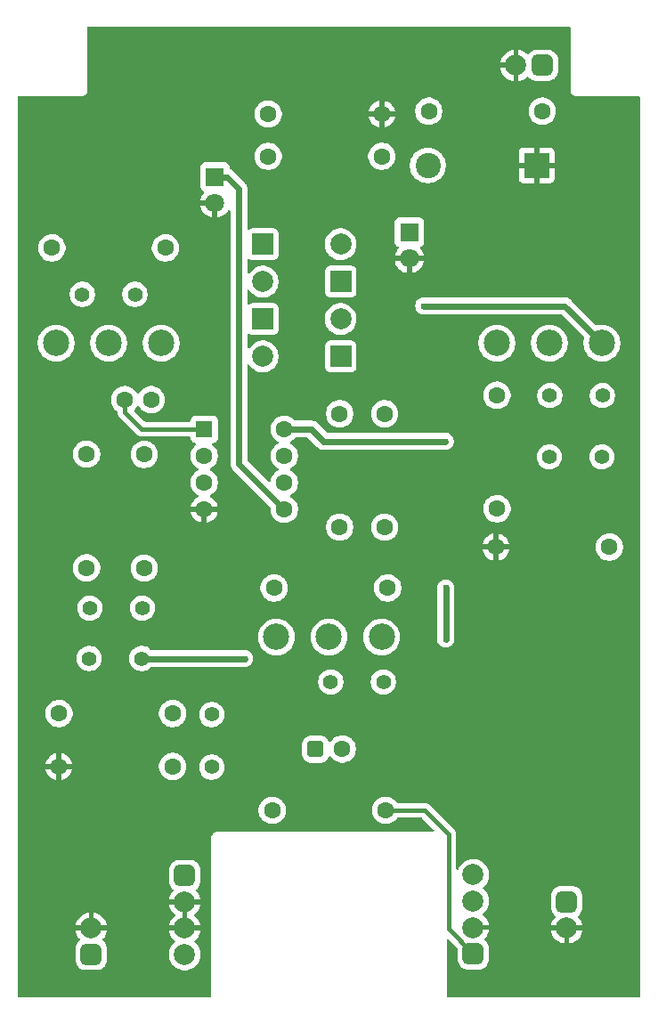
<source format=gbr>
%TF.GenerationSoftware,KiCad,Pcbnew,9.0.2*%
%TF.CreationDate,2025-07-08T13:25:15-05:00*%
%TF.ProjectId,BB Overdrive,4242204f-7665-4726-9472-6976652e6b69,rev?*%
%TF.SameCoordinates,Original*%
%TF.FileFunction,Copper,L2,Bot*%
%TF.FilePolarity,Positive*%
%FSLAX46Y46*%
G04 Gerber Fmt 4.6, Leading zero omitted, Abs format (unit mm)*
G04 Created by KiCad (PCBNEW 9.0.2) date 2025-07-08 13:25:15*
%MOMM*%
%LPD*%
G01*
G04 APERTURE LIST*
G04 Aperture macros list*
%AMRoundRect*
0 Rectangle with rounded corners*
0 $1 Rounding radius*
0 $2 $3 $4 $5 $6 $7 $8 $9 X,Y pos of 4 corners*
0 Add a 4 corners polygon primitive as box body*
4,1,4,$2,$3,$4,$5,$6,$7,$8,$9,$2,$3,0*
0 Add four circle primitives for the rounded corners*
1,1,$1+$1,$2,$3*
1,1,$1+$1,$4,$5*
1,1,$1+$1,$6,$7*
1,1,$1+$1,$8,$9*
0 Add four rect primitives between the rounded corners*
20,1,$1+$1,$2,$3,$4,$5,0*
20,1,$1+$1,$4,$5,$6,$7,0*
20,1,$1+$1,$6,$7,$8,$9,0*
20,1,$1+$1,$8,$9,$2,$3,0*%
G04 Aperture macros list end*
%TA.AperFunction,ComponentPad*%
%ADD10C,2.000000*%
%TD*%
%TA.AperFunction,ComponentPad*%
%ADD11R,2.000000X2.000000*%
%TD*%
%TA.AperFunction,ComponentPad*%
%ADD12RoundRect,0.500000X-0.500000X0.500000X-0.500000X-0.500000X0.500000X-0.500000X0.500000X0.500000X0*%
%TD*%
%TA.AperFunction,ComponentPad*%
%ADD13C,1.400000*%
%TD*%
%TA.AperFunction,ComponentPad*%
%ADD14C,1.600000*%
%TD*%
%TA.AperFunction,ComponentPad*%
%ADD15R,1.600000X1.600000*%
%TD*%
%TA.AperFunction,ComponentPad*%
%ADD16C,2.400000*%
%TD*%
%TA.AperFunction,ComponentPad*%
%ADD17R,2.400000X2.400000*%
%TD*%
%TA.AperFunction,ComponentPad*%
%ADD18R,1.800000X1.800000*%
%TD*%
%TA.AperFunction,ComponentPad*%
%ADD19C,1.800000*%
%TD*%
%TA.AperFunction,ComponentPad*%
%ADD20RoundRect,0.500000X0.500000X-0.500000X0.500000X0.500000X-0.500000X0.500000X-0.500000X-0.500000X0*%
%TD*%
%TA.AperFunction,ComponentPad*%
%ADD21RoundRect,0.500000X0.500000X0.500000X-0.500000X0.500000X-0.500000X-0.500000X0.500000X-0.500000X0*%
%TD*%
%TA.AperFunction,ComponentPad*%
%ADD22C,2.500000*%
%TD*%
%TA.AperFunction,ComponentPad*%
%ADD23RoundRect,0.400000X0.400000X0.400000X-0.400000X0.400000X-0.400000X-0.400000X0.400000X-0.400000X0*%
%TD*%
%TA.AperFunction,ViaPad*%
%ADD24C,0.609600*%
%TD*%
%TA.AperFunction,Conductor*%
%ADD25C,0.406400*%
%TD*%
%TA.AperFunction,Conductor*%
%ADD26C,0.609600*%
%TD*%
G04 APERTURE END LIST*
D10*
%TO.P,D2,1,K*%
%TO.N,Net-(D2-K)*%
X31335200Y90424000D03*
D11*
%TO.P,D2,2,A*%
%TO.N,Net-(D1-K)*%
X23935200Y90424000D03*
%TD*%
D12*
%TO.P,J1,1,1*%
%TO.N,/SEND*%
X16510000Y37492000D03*
D10*
%TO.P,J1,2,2*%
%TO.N,GND*%
X16510000Y34992000D03*
%TO.P,J1,3,3*%
X16510000Y32492000D03*
%TO.P,J1,4,4*%
%TO.N,/IN*%
X16510000Y29992000D03*
%TD*%
%TO.P,D6,1,K*%
%TO.N,Net-(D5-A)*%
X23935200Y93980000D03*
D11*
%TO.P,D6,2,A*%
%TO.N,Net-(D2-K)*%
X31335200Y93980000D03*
%TD*%
D13*
%TO.P,C8,1*%
%TO.N,Net-(C8-Pad1)*%
X56170200Y77317600D03*
%TO.P,C8,2*%
%TO.N,/RETURN*%
X51170200Y77317600D03*
%TD*%
D14*
%TO.P,R18,1*%
%TO.N,VREF*%
X24445000Y105892600D03*
%TO.P,R18,2*%
%TO.N,+VA*%
X35245000Y105892600D03*
%TD*%
%TO.P,R19,1*%
%TO.N,Net-(D3-K)*%
X24826000Y43713400D03*
%TO.P,R19,2*%
%TO.N,/LED+*%
X35626000Y43713400D03*
%TD*%
%TO.P,C1,1*%
%TO.N,Net-(U1A--)*%
X13309600Y82753200D03*
%TO.P,C1,2*%
%TO.N,Net-(C1-Pad2)*%
X10809600Y82753200D03*
%TD*%
%TO.P,R1,1*%
%TO.N,Net-(C2-Pad1)*%
X7182000Y66761400D03*
%TO.P,R1,2*%
%TO.N,Net-(U1A--)*%
X7182000Y77561400D03*
%TD*%
%TO.P,R2,1*%
%TO.N,Net-(C2-Pad2)*%
X12649200Y66736000D03*
%TO.P,R2,2*%
%TO.N,Net-(U1A--)*%
X12649200Y77536000D03*
%TD*%
D15*
%TO.P,U1,1*%
%TO.N,Net-(C1-Pad2)*%
X18364200Y79955000D03*
D14*
%TO.P,U1,2,-*%
%TO.N,Net-(U1A--)*%
X18364200Y77415000D03*
%TO.P,U1,3,+*%
%TO.N,Net-(U1A-+)*%
X18364200Y74875000D03*
%TO.P,U1,4,V-*%
%TO.N,GND*%
X18364200Y72335000D03*
%TO.P,U1,5,+*%
%TO.N,VREF*%
X25984200Y72335000D03*
%TO.P,U1,6,-*%
%TO.N,Net-(U1B--)*%
X25984200Y74875000D03*
%TO.P,U1,7*%
%TO.N,Net-(D2-K)*%
X25984200Y77415000D03*
%TO.P,U1,8,V+*%
%TO.N,+VA*%
X25984200Y79955000D03*
%TD*%
%TO.P,R5,1*%
%TO.N,Net-(U1B--)*%
X31242000Y70622200D03*
%TO.P,R5,2*%
%TO.N,Net-(D1-A)*%
X31242000Y81422200D03*
%TD*%
D13*
%TO.P,C5,1*%
%TO.N,Net-(C5-Pad1)*%
X6771000Y92760800D03*
%TO.P,C5,2*%
%TO.N,Net-(C5-Pad2)*%
X11771000Y92760800D03*
%TD*%
D16*
%TO.P,D4,1,K*%
%TO.N,+VA*%
X39625600Y105029000D03*
D17*
%TO.P,D4,2,A*%
%TO.N,GND*%
X49985600Y105029000D03*
%TD*%
D10*
%TO.P,D1,1,K*%
%TO.N,Net-(D1-K)*%
X23935200Y86868000D03*
D11*
%TO.P,D1,2,A*%
%TO.N,Net-(D1-A)*%
X31335200Y86868000D03*
%TD*%
D14*
%TO.P,R20,1*%
%TO.N,GND*%
X35245000Y109905800D03*
%TO.P,R20,2*%
%TO.N,VREF*%
X24445000Y109905800D03*
%TD*%
%TO.P,R17,1*%
%TO.N,Net-(J3-Pad1)*%
X50510400Y110185200D03*
%TO.P,R17,2*%
%TO.N,+VA*%
X39710400Y110185200D03*
%TD*%
%TO.P,R9,1*%
%TO.N,/RETURN*%
X56885800Y68732400D03*
%TO.P,R9,2*%
%TO.N,GND*%
X46085800Y68732400D03*
%TD*%
D18*
%TO.P,C11,1*%
%TO.N,VREF*%
X19380200Y103942200D03*
D19*
%TO.P,C11,2*%
%TO.N,GND*%
X19380200Y101442200D03*
%TD*%
D20*
%TO.P,J2,1,1*%
%TO.N,/LED+*%
X43942000Y30072000D03*
D10*
%TO.P,J2,2,2*%
%TO.N,GND*%
X43942000Y32572000D03*
%TO.P,J2,3,3*%
%TO.N,/OUT*%
X43942000Y35072000D03*
%TO.P,J2,4,4*%
%TO.N,/RETURN*%
X43942000Y37572000D03*
%TD*%
D13*
%TO.P,C2,1*%
%TO.N,Net-(C2-Pad1)*%
X7476000Y62941200D03*
%TO.P,C2,2*%
%TO.N,Net-(C2-Pad2)*%
X12476000Y62941200D03*
%TD*%
D14*
%TO.P,R8,1*%
%TO.N,/SEND*%
X15350600Y47879000D03*
%TO.P,R8,2*%
%TO.N,GND*%
X4550600Y47879000D03*
%TD*%
D18*
%TO.P,C10,1*%
%TO.N,+VA*%
X37871400Y98684400D03*
D19*
%TO.P,C10,2*%
%TO.N,GND*%
X37871400Y96184400D03*
%TD*%
D13*
%TO.P,C6,1*%
%TO.N,VREF*%
X30393000Y55905400D03*
%TO.P,C6,2*%
%TO.N,Net-(C6-Pad2)*%
X35393000Y55905400D03*
%TD*%
D12*
%TO.P,J5,1,1*%
%TO.N,/OUT*%
X52832000Y35012000D03*
D10*
%TO.P,J5,2,2*%
%TO.N,GND*%
X52832000Y32512000D03*
%TD*%
D14*
%TO.P,R3,1*%
%TO.N,Net-(C5-Pad2)*%
X3871000Y97180400D03*
%TO.P,R3,2*%
%TO.N,Net-(U1B--)*%
X14671000Y97180400D03*
%TD*%
%TO.P,R7,1*%
%TO.N,Net-(R7-Pad1)*%
X46202600Y72374800D03*
%TO.P,R7,2*%
%TO.N,Net-(C7-Pad2)*%
X46202600Y83174800D03*
%TD*%
D13*
%TO.P,C3,1*%
%TO.N,VREF*%
X12419474Y58140600D03*
%TO.P,C3,2*%
%TO.N,Net-(C2-Pad1)*%
X7419474Y58140600D03*
%TD*%
%TO.P,C7,1*%
%TO.N,VREF*%
X56221000Y83134200D03*
%TO.P,C7,2*%
%TO.N,Net-(C7-Pad2)*%
X51221000Y83134200D03*
%TD*%
D10*
%TO.P,D5,1,K*%
%TO.N,Net-(D1-A)*%
X31335200Y97536000D03*
D11*
%TO.P,D5,2,A*%
%TO.N,Net-(D5-A)*%
X23935200Y97536000D03*
%TD*%
D14*
%TO.P,R6,1*%
%TO.N,Net-(D2-K)*%
X35803800Y64846200D03*
%TO.P,R6,2*%
%TO.N,Net-(R6-Pad2)*%
X25003800Y64846200D03*
%TD*%
D13*
%TO.P,C4,1*%
%TO.N,/SEND*%
X19069200Y47817400D03*
%TO.P,C4,2*%
%TO.N,Net-(U1A-+)*%
X19069200Y52817400D03*
%TD*%
D14*
%TO.P,R4,1*%
%TO.N,Net-(U1B--)*%
X35509200Y70622200D03*
%TO.P,R4,2*%
%TO.N,Net-(D2-K)*%
X35509200Y81422200D03*
%TD*%
D21*
%TO.P,J3,1,1*%
%TO.N,Net-(J3-Pad1)*%
X50506000Y114537000D03*
D10*
%TO.P,J3,2,2*%
%TO.N,GND*%
X48006000Y114537000D03*
%TD*%
D14*
%TO.P,R12,1*%
%TO.N,Net-(U1A-+)*%
X15350600Y52908200D03*
%TO.P,R12,2*%
%TO.N,VREF*%
X4550600Y52908200D03*
%TD*%
D20*
%TO.P,J4,1,1*%
%TO.N,/IN*%
X7620000Y30012000D03*
D10*
%TO.P,J4,2,2*%
%TO.N,GND*%
X7620000Y32512000D03*
%TD*%
D22*
%TO.P,RV3,1,1*%
%TO.N,VREF*%
X56181000Y88140000D03*
%TO.P,RV3,2,2*%
%TO.N,Net-(C8-Pad1)*%
X51181000Y88140000D03*
%TO.P,RV3,3,3*%
%TO.N,Net-(C7-Pad2)*%
X46181000Y88140000D03*
%TD*%
D14*
%TO.P,D3,1,K*%
%TO.N,Net-(D3-K)*%
X31496000Y49530000D03*
D23*
%TO.P,D3,2,A*%
%TO.N,+VA*%
X28956000Y49530000D03*
%TD*%
D22*
%TO.P,RV2,1,1*%
%TO.N,Net-(C6-Pad2)*%
X35226000Y60200000D03*
%TO.P,RV2,2,2*%
%TO.N,Net-(R7-Pad1)*%
X30226000Y60200000D03*
%TO.P,RV2,3,3*%
%TO.N,Net-(R6-Pad2)*%
X25226000Y60200000D03*
%TD*%
%TO.P,RV1,1,1*%
%TO.N,Net-(U1A--)*%
X14271000Y88140000D03*
%TO.P,RV1,2,2*%
%TO.N,Net-(C1-Pad2)*%
X9271000Y88140000D03*
%TO.P,RV1,3,3*%
%TO.N,Net-(C5-Pad1)*%
X4271000Y88140000D03*
%TD*%
D24*
%TO.N,+VA*%
X41300400Y78790800D03*
X41325800Y59969400D03*
X41325800Y64846200D03*
%TO.N,VREF*%
X39217600Y91668600D03*
X22199600Y58140600D03*
%TD*%
D25*
%TO.N,Net-(C1-Pad2)*%
X12424800Y79955000D02*
X10809600Y81570200D01*
X10809600Y81570200D02*
X10809600Y82753200D01*
X18364200Y79955000D02*
X12424800Y79955000D01*
D26*
%TO.N,+VA*%
X41325800Y59969400D02*
X41325800Y64846200D01*
X29718000Y78790800D02*
X28553800Y79955000D01*
X28553800Y79955000D02*
X25984200Y79955000D01*
X41300400Y78790800D02*
X29718000Y78790800D01*
%TO.N,VREF*%
X56181000Y88140000D02*
X52652400Y91668600D01*
X20517800Y103942200D02*
X21640800Y102819200D01*
X19380200Y103942200D02*
X20517800Y103942200D01*
X21640800Y76678400D02*
X25984200Y72335000D01*
X52652400Y91668600D02*
X39217600Y91668600D01*
X22199600Y58140600D02*
X12419474Y58140600D01*
X21640800Y102819200D02*
X21640800Y76678400D01*
D25*
%TO.N,/LED+*%
X41606200Y41443003D02*
X41606200Y32407800D01*
X39335803Y43713400D02*
X41606200Y41443003D01*
X35626000Y43713400D02*
X39335803Y43713400D01*
X41606200Y32407800D02*
X43942000Y30072000D01*
%TD*%
%TA.AperFunction,Conductor*%
%TO.N,GND*%
G36*
X16760000Y32925012D02*
G01*
X16702993Y32957925D01*
X16575826Y32992000D01*
X16444174Y32992000D01*
X16317007Y32957925D01*
X16260000Y32925012D01*
X16260000Y34558988D01*
X16317007Y34526075D01*
X16444174Y34492000D01*
X16575826Y34492000D01*
X16702993Y34526075D01*
X16760000Y34558988D01*
X16760000Y32925012D01*
G37*
%TD.AperFunction*%
%TA.AperFunction,Conductor*%
G36*
X53155539Y118216815D02*
G01*
X53201294Y118164011D01*
X53212500Y118112500D01*
X53212500Y112074055D01*
X53247153Y111944725D01*
X53314099Y111828774D01*
X53314101Y111828771D01*
X53408771Y111734101D01*
X53408774Y111734099D01*
X53524725Y111667153D01*
X53654055Y111632500D01*
X53787945Y111632500D01*
X59692500Y111632500D01*
X59759539Y111612815D01*
X59805294Y111560011D01*
X59816500Y111508500D01*
X59816500Y26032500D01*
X59796815Y25965461D01*
X59744011Y25919706D01*
X59692500Y25908500D01*
X41526500Y25908500D01*
X41459461Y25928185D01*
X41413706Y25980989D01*
X41402500Y26032500D01*
X41402500Y31316955D01*
X41422185Y31383994D01*
X41474989Y31429749D01*
X41544147Y31439693D01*
X41607703Y31410668D01*
X41614181Y31404636D01*
X42405181Y30613635D01*
X42438666Y30552312D01*
X42441500Y30525954D01*
X42441500Y29513971D01*
X42441501Y29513965D01*
X42452113Y29394584D01*
X42508089Y29198954D01*
X42602304Y29018590D01*
X42730890Y28860890D01*
X42888590Y28732304D01*
X42888591Y28732303D01*
X42888593Y28732302D01*
X42978772Y28685196D01*
X43068954Y28638089D01*
X43225376Y28593332D01*
X43264582Y28582114D01*
X43264583Y28582113D01*
X43264586Y28582113D01*
X43341511Y28575274D01*
X43383963Y28571500D01*
X43383966Y28571500D01*
X43383967Y28571500D01*
X44500028Y28571500D01*
X44500033Y28571500D01*
X44500036Y28571501D01*
X44523330Y28573571D01*
X44619415Y28582113D01*
X44815045Y28638089D01*
X44815049Y28638091D01*
X44995407Y28732302D01*
X45079525Y28800891D01*
X45153109Y28860890D01*
X45232774Y28958593D01*
X45281698Y29018593D01*
X45375909Y29198951D01*
X45431886Y29394582D01*
X45442500Y29513963D01*
X45442499Y30630036D01*
X45431886Y30749418D01*
X45375909Y30945049D01*
X45281698Y31125407D01*
X45153109Y31283109D01*
X45050882Y31366463D01*
X45011367Y31424081D01*
X45009275Y31493919D01*
X45041564Y31550244D01*
X45086133Y31594813D01*
X45224914Y31785828D01*
X45332102Y31996197D01*
X45405065Y32220751D01*
X45420542Y32318462D01*
X45421103Y32322000D01*
X44375012Y32322000D01*
X44407925Y32379007D01*
X44442000Y32506174D01*
X44442000Y32637826D01*
X44407925Y32764993D01*
X44375012Y32822000D01*
X45421102Y32822000D01*
X45405065Y32923247D01*
X45332102Y33147802D01*
X45224914Y33358171D01*
X45086133Y33549186D01*
X44919182Y33716137D01*
X44911981Y33721369D01*
X44869312Y33776696D01*
X44863329Y33846309D01*
X44895932Y33908106D01*
X44911974Y33922008D01*
X44919509Y33927482D01*
X45086514Y34094487D01*
X45086517Y34094490D01*
X45225343Y34285567D01*
X45311149Y34453971D01*
X45332566Y34496003D01*
X45405553Y34720631D01*
X45442500Y34953902D01*
X45442500Y35190097D01*
X45405553Y35423368D01*
X45383253Y35492000D01*
X45357898Y35570033D01*
X51331500Y35570033D01*
X51331500Y34453971D01*
X51331501Y34453965D01*
X51342113Y34334584D01*
X51398089Y34138954D01*
X51398091Y34138951D01*
X51475321Y33991101D01*
X51492304Y33958590D01*
X51620890Y33800890D01*
X51723115Y33717538D01*
X51762632Y33659917D01*
X51764724Y33590079D01*
X51732435Y33533755D01*
X51687866Y33489186D01*
X51549085Y33298171D01*
X51441897Y33087802D01*
X51368934Y32863247D01*
X51352898Y32762000D01*
X52398988Y32762000D01*
X52366075Y32704993D01*
X52332000Y32577826D01*
X52332000Y32446174D01*
X52366075Y32319007D01*
X52398988Y32262000D01*
X51352898Y32262000D01*
X51368934Y32160752D01*
X51441897Y31936197D01*
X51549085Y31725828D01*
X51687866Y31534813D01*
X51854813Y31367866D01*
X52045828Y31229085D01*
X52256197Y31121897D01*
X52480752Y31048934D01*
X52582000Y31032897D01*
X52582000Y32078988D01*
X52639007Y32046075D01*
X52766174Y32012000D01*
X52897826Y32012000D01*
X53024993Y32046075D01*
X53082000Y32078988D01*
X53082000Y31032897D01*
X53183247Y31048934D01*
X53407802Y31121897D01*
X53618171Y31229085D01*
X53809186Y31367866D01*
X53976133Y31534813D01*
X54114914Y31725828D01*
X54222102Y31936197D01*
X54295065Y32160752D01*
X54311102Y32262000D01*
X53265012Y32262000D01*
X53297925Y32319007D01*
X53332000Y32446174D01*
X53332000Y32577826D01*
X53297925Y32704993D01*
X53265012Y32762000D01*
X54311102Y32762000D01*
X54295065Y32863247D01*
X54222102Y33087802D01*
X54114914Y33298171D01*
X53976133Y33489186D01*
X53931565Y33533754D01*
X53898079Y33595077D01*
X53903063Y33664768D01*
X53940885Y33717538D01*
X54043107Y33800888D01*
X54100480Y33871251D01*
X54171698Y33958593D01*
X54265909Y34138951D01*
X54321886Y34334582D01*
X54332500Y34453963D01*
X54332499Y35570036D01*
X54321886Y35689418D01*
X54265909Y35885049D01*
X54171698Y36065407D01*
X54043109Y36223109D01*
X53885407Y36351698D01*
X53705049Y36445909D01*
X53509418Y36501886D01*
X53390037Y36512500D01*
X52273964Y36512499D01*
X52154582Y36501886D01*
X51958951Y36445909D01*
X51778593Y36351698D01*
X51714803Y36299684D01*
X51620890Y36223109D01*
X51557012Y36144768D01*
X51492302Y36065407D01*
X51398091Y35885049D01*
X51398089Y35885045D01*
X51390475Y35858433D01*
X51342114Y35689418D01*
X51342114Y35689416D01*
X51342113Y35689413D01*
X51338031Y35643499D01*
X51332054Y35576260D01*
X51331500Y35570033D01*
X45357898Y35570033D01*
X45332568Y35647992D01*
X45225343Y35858433D01*
X45086517Y36049510D01*
X44919510Y36216517D01*
X44912401Y36221682D01*
X44869735Y36277012D01*
X44863756Y36346625D01*
X44896362Y36408420D01*
X44912401Y36422318D01*
X44919506Y36427480D01*
X44919510Y36427483D01*
X45086517Y36594490D01*
X45225343Y36785567D01*
X45300959Y36933971D01*
X45332566Y36996003D01*
X45405553Y37220631D01*
X45442500Y37453902D01*
X45442500Y37690097D01*
X45405553Y37923368D01*
X45332568Y38147992D01*
X45225343Y38358433D01*
X45086517Y38549510D01*
X44919510Y38716517D01*
X44728433Y38855343D01*
X44517992Y38962568D01*
X44293368Y39035553D01*
X44060097Y39072500D01*
X44060092Y39072500D01*
X43823908Y39072500D01*
X43823903Y39072500D01*
X43590631Y39035553D01*
X43486412Y39001689D01*
X43366008Y38962568D01*
X43366005Y38962566D01*
X43366003Y38962566D01*
X43254991Y38906002D01*
X43155567Y38855343D01*
X42964490Y38716517D01*
X42797483Y38549510D01*
X42663464Y38365049D01*
X42658657Y38358433D01*
X42551430Y38147990D01*
X42549571Y38143499D01*
X42548284Y38144031D01*
X42512394Y38091543D01*
X42448035Y38064345D01*
X42379189Y38076260D01*
X42327713Y38123504D01*
X42309900Y38187537D01*
X42309900Y41512313D01*
X42309899Y41512315D01*
X42288112Y41621846D01*
X42282857Y41648265D01*
X42229811Y41776330D01*
X42152800Y41891586D01*
X42054783Y41989603D01*
X42054781Y41989604D01*
X42047715Y41996670D01*
X42047711Y41996673D01*
X39889473Y44154911D01*
X39889470Y44154915D01*
X39882404Y44161981D01*
X39882403Y44161983D01*
X39784386Y44260000D01*
X39669130Y44337011D01*
X39669127Y44337012D01*
X39669126Y44337013D01*
X39541067Y44390056D01*
X39541065Y44390057D01*
X39496571Y44398907D01*
X39405113Y44417101D01*
X39405111Y44417101D01*
X39266495Y44417101D01*
X39260381Y44417101D01*
X39260361Y44417100D01*
X36785419Y44417100D01*
X36718380Y44436785D01*
X36685100Y44468216D01*
X36617969Y44560615D01*
X36617968Y44560615D01*
X36617966Y44560619D01*
X36473219Y44705366D01*
X36473215Y44705368D01*
X36473213Y44705371D01*
X36400590Y44758132D01*
X36307610Y44825687D01*
X36125219Y44918620D01*
X35930534Y44981877D01*
X35728352Y45013900D01*
X35523648Y45013900D01*
X35422557Y44997888D01*
X35321465Y44981877D01*
X35231137Y44952527D01*
X35126781Y44918620D01*
X35126778Y44918618D01*
X35126776Y44918618D01*
X35060607Y44884903D01*
X34944390Y44825687D01*
X34944386Y44825684D01*
X34778786Y44705371D01*
X34634028Y44560613D01*
X34544064Y44436785D01*
X34513713Y44395010D01*
X34511189Y44390056D01*
X34420781Y44212623D01*
X34357522Y44017934D01*
X34325500Y43815751D01*
X34325500Y43611048D01*
X34357522Y43408865D01*
X34420781Y43214176D01*
X34513715Y43031786D01*
X34634028Y42866186D01*
X34778786Y42721428D01*
X34944386Y42601115D01*
X35126776Y42508181D01*
X35321465Y42444922D01*
X35499329Y42416751D01*
X35523648Y42412900D01*
X35523649Y42412900D01*
X35728351Y42412900D01*
X35728352Y42412900D01*
X35755995Y42417278D01*
X35930534Y42444922D01*
X36125223Y42508181D01*
X36250653Y42572091D01*
X36307610Y42601113D01*
X36307613Y42601115D01*
X36473213Y42721428D01*
X36617969Y42866184D01*
X36685100Y42958584D01*
X36740430Y43001251D01*
X36785419Y43009700D01*
X38992959Y43009700D01*
X39059998Y42990015D01*
X39080640Y42973381D01*
X40185840Y41868181D01*
X40219325Y41806858D01*
X40214341Y41737166D01*
X40172469Y41681233D01*
X40107005Y41656816D01*
X40098159Y41656500D01*
X19624945Y41656500D01*
X19491055Y41656500D01*
X19361726Y41621847D01*
X19245774Y41554901D01*
X19151099Y41460226D01*
X19084153Y41344274D01*
X19049500Y41214944D01*
X19049500Y26032500D01*
X19029815Y25965461D01*
X18977011Y25919706D01*
X18925500Y25908500D01*
X759500Y25908500D01*
X692461Y25928185D01*
X646706Y25980989D01*
X635500Y26032500D01*
X635500Y30570033D01*
X6119500Y30570033D01*
X6119500Y29453971D01*
X6119501Y29453965D01*
X6130113Y29334584D01*
X6186089Y29138954D01*
X6186091Y29138951D01*
X6251105Y29014487D01*
X6280304Y28958590D01*
X6408890Y28800890D01*
X6566590Y28672304D01*
X6566591Y28672303D01*
X6566593Y28672302D01*
X6632087Y28638091D01*
X6746954Y28578089D01*
X6903376Y28533332D01*
X6942582Y28522114D01*
X6942583Y28522113D01*
X6942586Y28522113D01*
X7019511Y28515274D01*
X7061963Y28511500D01*
X7061966Y28511500D01*
X7061967Y28511500D01*
X8178028Y28511500D01*
X8178033Y28511500D01*
X8178036Y28511501D01*
X8201330Y28513571D01*
X8297415Y28522113D01*
X8493045Y28578089D01*
X8493049Y28578091D01*
X8673407Y28672302D01*
X8717993Y28708657D01*
X8831109Y28800890D01*
X8907684Y28894803D01*
X8959698Y28958593D01*
X9053909Y29138951D01*
X9109886Y29334582D01*
X9120500Y29453963D01*
X9120499Y30570036D01*
X9109886Y30689418D01*
X9053909Y30885049D01*
X8959698Y31065407D01*
X8831109Y31223109D01*
X8728882Y31306463D01*
X8689367Y31364081D01*
X8687275Y31433919D01*
X8719564Y31490244D01*
X8764133Y31534813D01*
X8902914Y31725828D01*
X9010102Y31936197D01*
X9083065Y32160752D01*
X9099102Y32262000D01*
X8053012Y32262000D01*
X8085925Y32319007D01*
X8120000Y32446174D01*
X8120000Y32577826D01*
X8085925Y32704993D01*
X8053012Y32762000D01*
X9099102Y32762000D01*
X9083065Y32863247D01*
X9010102Y33087802D01*
X8902914Y33298171D01*
X8764133Y33489186D01*
X8597186Y33656133D01*
X8406171Y33794914D01*
X8195804Y33902102D01*
X7971255Y33975063D01*
X7971249Y33975065D01*
X7870000Y33991100D01*
X7870000Y32945012D01*
X7812993Y32977925D01*
X7685826Y33012000D01*
X7554174Y33012000D01*
X7427007Y32977925D01*
X7370000Y32945012D01*
X7370000Y33991101D01*
X7268750Y33975065D01*
X7268744Y33975063D01*
X7044195Y33902102D01*
X6833828Y33794914D01*
X6642813Y33656133D01*
X6475866Y33489186D01*
X6337085Y33298171D01*
X6229897Y33087802D01*
X6156934Y32863247D01*
X6140898Y32762000D01*
X7186988Y32762000D01*
X7154075Y32704993D01*
X7120000Y32577826D01*
X7120000Y32446174D01*
X7154075Y32319007D01*
X7186988Y32262000D01*
X6140898Y32262000D01*
X6156934Y32160752D01*
X6229897Y31936197D01*
X6337087Y31725825D01*
X6475858Y31534822D01*
X6475863Y31534816D01*
X6520436Y31490242D01*
X6553920Y31428919D01*
X6548934Y31359227D01*
X6511114Y31306461D01*
X6408890Y31223109D01*
X6314977Y31107933D01*
X6280302Y31065407D01*
X6186091Y30885049D01*
X6186089Y30885045D01*
X6155584Y30778433D01*
X6130114Y30689418D01*
X6130114Y30689416D01*
X6130113Y30689413D01*
X6124834Y30630036D01*
X6120148Y30577317D01*
X6119500Y30570033D01*
X635500Y30570033D01*
X635500Y38050033D01*
X15009500Y38050033D01*
X15009500Y36933971D01*
X15009501Y36933965D01*
X15020113Y36814584D01*
X15076089Y36618954D01*
X15076091Y36618951D01*
X15166480Y36445909D01*
X15170304Y36438590D01*
X15298890Y36280890D01*
X15401115Y36197538D01*
X15440632Y36139917D01*
X15442724Y36070079D01*
X15410435Y36013755D01*
X15365866Y35969186D01*
X15227085Y35778171D01*
X15119897Y35567802D01*
X15046934Y35343247D01*
X15030898Y35242000D01*
X16076988Y35242000D01*
X16044075Y35184993D01*
X16010000Y35057826D01*
X16010000Y34926174D01*
X16044075Y34799007D01*
X16076988Y34742000D01*
X15030898Y34742000D01*
X15046934Y34640752D01*
X15119897Y34416197D01*
X15227085Y34205828D01*
X15365866Y34014813D01*
X15532816Y33847863D01*
X15540451Y33842317D01*
X15583116Y33786986D01*
X15589094Y33717373D01*
X15556487Y33655578D01*
X15540451Y33641683D01*
X15532816Y33636136D01*
X15365866Y33469186D01*
X15227085Y33278171D01*
X15119897Y33067802D01*
X15046934Y32843247D01*
X15030898Y32742000D01*
X16076988Y32742000D01*
X16044075Y32684993D01*
X16010000Y32557826D01*
X16010000Y32426174D01*
X16044075Y32299007D01*
X16076988Y32242000D01*
X15030898Y32242000D01*
X15046934Y32140752D01*
X15119897Y31916197D01*
X15227085Y31705828D01*
X15365866Y31514813D01*
X15532813Y31347866D01*
X15540025Y31342627D01*
X15582690Y31287297D01*
X15588669Y31217683D01*
X15556063Y31155888D01*
X15540027Y31141993D01*
X15532490Y31136517D01*
X15365483Y30969510D01*
X15226657Y30778433D01*
X15119433Y30567996D01*
X15046446Y30343368D01*
X15009500Y30110097D01*
X15009500Y29873902D01*
X15046446Y29640631D01*
X15119433Y29416003D01*
X15226657Y29205566D01*
X15305862Y29096550D01*
X15365483Y29014490D01*
X15365485Y29014488D01*
X15365485Y29014487D01*
X15532487Y28847485D01*
X15723566Y28708657D01*
X15934003Y28601433D01*
X16158631Y28528446D01*
X16391903Y28491500D01*
X16391908Y28491500D01*
X16628097Y28491500D01*
X16861368Y28528446D01*
X17085996Y28601433D01*
X17296433Y28708657D01*
X17328980Y28732304D01*
X17487510Y28847483D01*
X17654517Y29014490D01*
X17793343Y29205567D01*
X17844002Y29304991D01*
X17900566Y29416003D01*
X17912901Y29453964D01*
X17973553Y29640632D01*
X18010500Y29873902D01*
X18010500Y30110097D01*
X17973553Y30343368D01*
X17900568Y30567992D01*
X17793343Y30778433D01*
X17654517Y30969510D01*
X17487510Y31136517D01*
X17479973Y31141992D01*
X17437309Y31197322D01*
X17431331Y31266936D01*
X17463938Y31328730D01*
X17479975Y31342627D01*
X17487185Y31347866D01*
X17487186Y31347866D01*
X17654133Y31514813D01*
X17792914Y31705828D01*
X17900102Y31916197D01*
X17973065Y32140752D01*
X17989102Y32242000D01*
X16943012Y32242000D01*
X16975925Y32299007D01*
X17010000Y32426174D01*
X17010000Y32557826D01*
X16975925Y32684993D01*
X16943012Y32742000D01*
X17989102Y32742000D01*
X17973065Y32843247D01*
X17900102Y33067802D01*
X17792914Y33278171D01*
X17654133Y33469186D01*
X17487180Y33636139D01*
X17479555Y33641679D01*
X17436887Y33697007D01*
X17430905Y33766620D01*
X17463508Y33828417D01*
X17479555Y33842321D01*
X17487180Y33847860D01*
X17654133Y34014813D01*
X17792914Y34205828D01*
X17900102Y34416197D01*
X17973065Y34640752D01*
X17989102Y34742000D01*
X16943012Y34742000D01*
X16975925Y34799007D01*
X17010000Y34926174D01*
X17010000Y35057826D01*
X16975925Y35184993D01*
X16943012Y35242000D01*
X17989102Y35242000D01*
X17973065Y35343247D01*
X17900102Y35567802D01*
X17792914Y35778171D01*
X17654133Y35969186D01*
X17609565Y36013754D01*
X17576079Y36075077D01*
X17581063Y36144768D01*
X17618885Y36197538D01*
X17721107Y36280888D01*
X17836427Y36422318D01*
X17849698Y36438593D01*
X17943909Y36618951D01*
X17999886Y36814582D01*
X18010500Y36933963D01*
X18010499Y38050036D01*
X17999886Y38169418D01*
X17943909Y38365049D01*
X17849698Y38545407D01*
X17721109Y38703109D01*
X17563407Y38831698D01*
X17383049Y38925909D01*
X17187418Y38981886D01*
X17068037Y38992500D01*
X15951964Y38992499D01*
X15832582Y38981886D01*
X15636951Y38925909D01*
X15456593Y38831698D01*
X15392803Y38779684D01*
X15298890Y38703109D01*
X15204977Y38587933D01*
X15170302Y38545407D01*
X15076091Y38365049D01*
X15076089Y38365045D01*
X15042550Y38247829D01*
X15020114Y38169418D01*
X15020114Y38169416D01*
X15020113Y38169413D01*
X15016032Y38123504D01*
X15011832Y38076260D01*
X15009500Y38050033D01*
X635500Y38050033D01*
X635500Y43815751D01*
X23525500Y43815751D01*
X23525500Y43611048D01*
X23557522Y43408865D01*
X23620781Y43214176D01*
X23713715Y43031786D01*
X23834028Y42866186D01*
X23978786Y42721428D01*
X24144386Y42601115D01*
X24326776Y42508181D01*
X24521465Y42444922D01*
X24699329Y42416751D01*
X24723648Y42412900D01*
X24723649Y42412900D01*
X24928351Y42412900D01*
X24928352Y42412900D01*
X24955995Y42417278D01*
X25130534Y42444922D01*
X25325223Y42508181D01*
X25450653Y42572091D01*
X25507610Y42601113D01*
X25507613Y42601115D01*
X25673213Y42721428D01*
X25817971Y42866186D01*
X25938284Y43031786D01*
X25938287Y43031790D01*
X25997503Y43148007D01*
X26031218Y43214176D01*
X26094477Y43408865D01*
X26126500Y43611048D01*
X26126500Y43815751D01*
X26094477Y44017934D01*
X26031220Y44212619D01*
X25938287Y44395010D01*
X25870732Y44487990D01*
X25817971Y44560613D01*
X25817968Y44560615D01*
X25817966Y44560619D01*
X25673219Y44705366D01*
X25673215Y44705368D01*
X25673213Y44705371D01*
X25600590Y44758132D01*
X25507610Y44825687D01*
X25325219Y44918620D01*
X25130534Y44981877D01*
X24928352Y45013900D01*
X24723648Y45013900D01*
X24622557Y44997888D01*
X24521465Y44981877D01*
X24431137Y44952527D01*
X24326781Y44918620D01*
X24326778Y44918618D01*
X24326776Y44918618D01*
X24260607Y44884903D01*
X24144390Y44825687D01*
X24144386Y44825684D01*
X23978786Y44705371D01*
X23834028Y44560613D01*
X23744064Y44436785D01*
X23713713Y44395010D01*
X23711189Y44390056D01*
X23620781Y44212623D01*
X23557522Y44017934D01*
X23525500Y43815751D01*
X635500Y43815751D01*
X635500Y48129000D01*
X3273991Y48129000D01*
X4234914Y48129000D01*
X4230520Y48124606D01*
X4177859Y48033394D01*
X4150600Y47931661D01*
X4150600Y47826339D01*
X4177859Y47724606D01*
X4230520Y47633394D01*
X4234914Y47629000D01*
X3273991Y47629000D01*
X3282609Y47574586D01*
X3345844Y47379970D01*
X3438740Y47197650D01*
X3559017Y47032105D01*
X3559017Y47032104D01*
X3703704Y46887417D01*
X3869250Y46767140D01*
X4051570Y46674244D01*
X4246186Y46611009D01*
X4300600Y46602390D01*
X4300600Y47563314D01*
X4304994Y47558920D01*
X4396206Y47506259D01*
X4497939Y47479000D01*
X4603261Y47479000D01*
X4704994Y47506259D01*
X4796206Y47558920D01*
X4800600Y47563314D01*
X4800600Y46602390D01*
X4855013Y46611009D01*
X5049629Y46674244D01*
X5231949Y46767140D01*
X5397494Y46887417D01*
X5397495Y46887417D01*
X5542182Y47032104D01*
X5542182Y47032105D01*
X5662459Y47197650D01*
X5755355Y47379970D01*
X5818590Y47574586D01*
X5827209Y47629000D01*
X4866286Y47629000D01*
X4870680Y47633394D01*
X4923341Y47724606D01*
X4950600Y47826339D01*
X4950600Y47931661D01*
X4937286Y47981351D01*
X14050100Y47981351D01*
X14050100Y47776648D01*
X14082122Y47574465D01*
X14145381Y47379776D01*
X14238315Y47197386D01*
X14358628Y47031786D01*
X14503386Y46887028D01*
X14668986Y46766715D01*
X14851376Y46673781D01*
X15046065Y46610522D01*
X15223929Y46582351D01*
X15248248Y46578500D01*
X15248249Y46578500D01*
X15452951Y46578500D01*
X15452952Y46578500D01*
X15480595Y46582878D01*
X15655134Y46610522D01*
X15849823Y46673781D01*
X15975253Y46737691D01*
X16032210Y46766713D01*
X16032798Y46767140D01*
X16197813Y46887028D01*
X16342571Y47031786D01*
X16462884Y47197386D01*
X16462887Y47197390D01*
X16543990Y47356563D01*
X16555818Y47379776D01*
X16619077Y47574465D01*
X16651100Y47776648D01*
X16651100Y47911886D01*
X17868700Y47911886D01*
X17868700Y47722913D01*
X17898259Y47536281D01*
X17956654Y47356563D01*
X18042440Y47188200D01*
X18105810Y47100979D01*
X18153510Y47035327D01*
X18153512Y47035325D01*
X18153512Y47035324D01*
X18287124Y46901712D01*
X18440000Y46790640D01*
X18608363Y46704854D01*
X18788081Y46646459D01*
X18974714Y46616900D01*
X18974719Y46616900D01*
X19163686Y46616900D01*
X19350318Y46646459D01*
X19530036Y46704854D01*
X19698399Y46790640D01*
X19851273Y46901710D01*
X19984890Y47035327D01*
X20095960Y47188201D01*
X20136490Y47267747D01*
X20181745Y47356563D01*
X20240140Y47536281D01*
X20269700Y47722913D01*
X20269700Y47911886D01*
X20240140Y48098518D01*
X20230236Y48129000D01*
X20181747Y48278232D01*
X20095960Y48446599D01*
X19984890Y48599473D01*
X19851273Y48733090D01*
X19698399Y48844160D01*
X19530032Y48929947D01*
X19350318Y48988340D01*
X19350217Y48988356D01*
X19163686Y49017900D01*
X19163681Y49017900D01*
X18974719Y49017900D01*
X18974714Y49017900D01*
X18788081Y48988340D01*
X18704697Y48961246D01*
X18608368Y48929947D01*
X18608365Y48929945D01*
X18608363Y48929945D01*
X18519547Y48884690D01*
X18440001Y48844160D01*
X18287127Y48733090D01*
X18153510Y48599473D01*
X18073786Y48489743D01*
X18042440Y48446599D01*
X17956654Y48278236D01*
X17898259Y48098518D01*
X17868700Y47911886D01*
X16651100Y47911886D01*
X16651100Y47981351D01*
X16619077Y48183534D01*
X16593737Y48261523D01*
X16555820Y48378219D01*
X16462887Y48560610D01*
X16395332Y48653590D01*
X16342571Y48726213D01*
X16342568Y48726215D01*
X16342566Y48726219D01*
X16197819Y48870966D01*
X16197815Y48870968D01*
X16197813Y48870971D01*
X16116638Y48929947D01*
X16032210Y48991287D01*
X15849819Y49084220D01*
X15655134Y49147477D01*
X15452952Y49179500D01*
X15248248Y49179500D01*
X15147157Y49163488D01*
X15046065Y49147477D01*
X15011617Y49136284D01*
X14851381Y49084220D01*
X14851378Y49084218D01*
X14851376Y49084218D01*
X14785207Y49050503D01*
X14668990Y48991287D01*
X14668986Y48991284D01*
X14503386Y48870971D01*
X14358628Y48726213D01*
X14238315Y48560613D01*
X14145381Y48378223D01*
X14082122Y48183534D01*
X14050100Y47981351D01*
X4937286Y47981351D01*
X4923341Y48033394D01*
X4870680Y48124606D01*
X4866286Y48129000D01*
X5827209Y48129000D01*
X5818590Y48183413D01*
X5755355Y48378029D01*
X5662459Y48560349D01*
X5542182Y48725894D01*
X5542182Y48725895D01*
X5397495Y48870582D01*
X5231949Y48990859D01*
X5049631Y49083754D01*
X4855021Y49146988D01*
X4800600Y49155606D01*
X4800600Y48194686D01*
X4796206Y48199080D01*
X4704994Y48251741D01*
X4603261Y48279000D01*
X4497939Y48279000D01*
X4396206Y48251741D01*
X4304994Y48199080D01*
X4300600Y48194686D01*
X4300600Y49155607D01*
X4246178Y49146988D01*
X4051568Y49083754D01*
X3869250Y48990859D01*
X3703705Y48870582D01*
X3703704Y48870582D01*
X3559017Y48725895D01*
X3559017Y48725894D01*
X3438740Y48560349D01*
X3345844Y48378029D01*
X3282609Y48183413D01*
X3273991Y48129000D01*
X635500Y48129000D01*
X635500Y49993026D01*
X27655500Y49993026D01*
X27655500Y49066989D01*
X27655501Y49066970D01*
X27661687Y48988356D01*
X27710680Y48805512D01*
X27796614Y48636853D01*
X27915743Y48489743D01*
X28062853Y48370614D01*
X28231512Y48284680D01*
X28414356Y48235687D01*
X28492979Y48229500D01*
X29419010Y48229500D01*
X29419029Y48229501D01*
X29497643Y48235687D01*
X29656438Y48278236D01*
X29680488Y48284680D01*
X29723868Y48306783D01*
X29849146Y48370614D01*
X29909958Y48419859D01*
X29996257Y48489743D01*
X30115383Y48636851D01*
X30115385Y48636853D01*
X30197481Y48797978D01*
X30245455Y48848775D01*
X30313276Y48865570D01*
X30379411Y48843033D01*
X30408284Y48814569D01*
X30504028Y48682787D01*
X30504032Y48682782D01*
X30648786Y48538028D01*
X30814386Y48417715D01*
X30996776Y48324781D01*
X31191465Y48261522D01*
X31354579Y48235688D01*
X31393648Y48229500D01*
X31393649Y48229500D01*
X31598351Y48229500D01*
X31598352Y48229500D01*
X31637421Y48235688D01*
X31800534Y48261522D01*
X31995223Y48324781D01*
X32120653Y48388691D01*
X32177610Y48417713D01*
X32177613Y48417715D01*
X32343213Y48538028D01*
X32487971Y48682786D01*
X32608284Y48848386D01*
X32608287Y48848390D01*
X32679603Y48988355D01*
X32701218Y49030776D01*
X32712979Y49066970D01*
X32741778Y49155606D01*
X32764477Y49225465D01*
X32796500Y49427648D01*
X32796500Y49632351D01*
X32764477Y49834534D01*
X32735501Y49923713D01*
X32701220Y50029219D01*
X32608287Y50211610D01*
X32540732Y50304590D01*
X32487971Y50377213D01*
X32487968Y50377215D01*
X32487966Y50377219D01*
X32343219Y50521966D01*
X32343215Y50521968D01*
X32343213Y50521971D01*
X32270590Y50574732D01*
X32177610Y50642287D01*
X31995219Y50735220D01*
X31800534Y50798477D01*
X31598352Y50830500D01*
X31393648Y50830500D01*
X31292557Y50814488D01*
X31191465Y50798477D01*
X31120196Y50775320D01*
X30996781Y50735220D01*
X30996778Y50735218D01*
X30996776Y50735218D01*
X30930607Y50701503D01*
X30814390Y50642287D01*
X30814386Y50642284D01*
X30648786Y50521971D01*
X30648781Y50521966D01*
X30504034Y50377219D01*
X30408283Y50245429D01*
X30352955Y50202764D01*
X30283342Y50196785D01*
X30221546Y50229390D01*
X30197483Y50262017D01*
X30138789Y50377213D01*
X30115385Y50423146D01*
X30115383Y50423149D01*
X29996257Y50570257D01*
X29849149Y50689383D01*
X29849147Y50689383D01*
X29849146Y50689385D01*
X29809008Y50709835D01*
X29680488Y50775320D01*
X29497645Y50824312D01*
X29419021Y50830500D01*
X28492980Y50830499D01*
X28414355Y50824312D01*
X28231512Y50775320D01*
X28152811Y50735220D01*
X28062853Y50689385D01*
X28062851Y50689383D01*
X27915743Y50570257D01*
X27876642Y50521971D01*
X27796614Y50423146D01*
X27773211Y50377213D01*
X27710680Y50254488D01*
X27710680Y50254487D01*
X27661687Y50071643D01*
X27661687Y50071642D01*
X27655500Y49993026D01*
X635500Y49993026D01*
X635500Y53010551D01*
X3250100Y53010551D01*
X3250100Y52805848D01*
X3282122Y52603665D01*
X3345381Y52408976D01*
X3438315Y52226586D01*
X3558628Y52060986D01*
X3703386Y51916228D01*
X3868986Y51795915D01*
X4051376Y51702981D01*
X4246065Y51639722D01*
X4423929Y51611551D01*
X4448248Y51607700D01*
X4448249Y51607700D01*
X4652951Y51607700D01*
X4652952Y51607700D01*
X4680595Y51612078D01*
X4855134Y51639722D01*
X5049823Y51702981D01*
X5175253Y51766891D01*
X5232210Y51795913D01*
X5232213Y51795915D01*
X5397813Y51916228D01*
X5542571Y52060986D01*
X5662884Y52226586D01*
X5662887Y52226590D01*
X5729114Y52356568D01*
X5755818Y52408976D01*
X5819077Y52603665D01*
X5851100Y52805848D01*
X5851100Y53010551D01*
X14050100Y53010551D01*
X14050100Y52805848D01*
X14082122Y52603665D01*
X14145381Y52408976D01*
X14238315Y52226586D01*
X14358628Y52060986D01*
X14503386Y51916228D01*
X14668986Y51795915D01*
X14851376Y51702981D01*
X15046065Y51639722D01*
X15223929Y51611551D01*
X15248248Y51607700D01*
X15248249Y51607700D01*
X15452951Y51607700D01*
X15452952Y51607700D01*
X15480595Y51612078D01*
X15655134Y51639722D01*
X15849823Y51702981D01*
X15975253Y51766891D01*
X16032210Y51795913D01*
X16032213Y51795915D01*
X16197813Y51916228D01*
X16342571Y52060986D01*
X16462884Y52226586D01*
X16462887Y52226590D01*
X16529114Y52356568D01*
X16555818Y52408976D01*
X16619077Y52603665D01*
X16651100Y52805848D01*
X16651100Y52911886D01*
X17868700Y52911886D01*
X17868700Y52722913D01*
X17898259Y52536281D01*
X17956654Y52356563D01*
X18042440Y52188200D01*
X18105810Y52100979D01*
X18153510Y52035327D01*
X18153512Y52035325D01*
X18153512Y52035324D01*
X18287124Y51901712D01*
X18440000Y51790640D01*
X18608363Y51704854D01*
X18788081Y51646459D01*
X18974714Y51616900D01*
X18974719Y51616900D01*
X19163686Y51616900D01*
X19350318Y51646459D01*
X19530036Y51704854D01*
X19698399Y51790640D01*
X19705659Y51795915D01*
X19851273Y51901710D01*
X19984890Y52035327D01*
X20095960Y52188201D01*
X20136490Y52267747D01*
X20181745Y52356563D01*
X20198776Y52408976D01*
X20240140Y52536282D01*
X20269700Y52722913D01*
X20269700Y52911886D01*
X20240140Y53098518D01*
X20181747Y53278232D01*
X20095960Y53446599D01*
X19984890Y53599473D01*
X19851273Y53733090D01*
X19698399Y53844160D01*
X19530032Y53929947D01*
X19350318Y53988340D01*
X19163686Y54017900D01*
X19163681Y54017900D01*
X18974719Y54017900D01*
X18974714Y54017900D01*
X18788081Y53988340D01*
X18704697Y53961246D01*
X18608368Y53929947D01*
X18608365Y53929945D01*
X18608363Y53929945D01*
X18549929Y53900171D01*
X18440001Y53844160D01*
X18287127Y53733090D01*
X18153510Y53599473D01*
X18042440Y53446599D01*
X17956654Y53278236D01*
X17898259Y53098518D01*
X17868700Y52911886D01*
X16651100Y52911886D01*
X16651100Y53010551D01*
X16619077Y53212734D01*
X16597794Y53278236D01*
X16555820Y53407419D01*
X16462887Y53589810D01*
X16358789Y53733090D01*
X16342571Y53755413D01*
X16342568Y53755415D01*
X16342566Y53755419D01*
X16197819Y53900166D01*
X16197815Y53900168D01*
X16197813Y53900171D01*
X16125190Y53952932D01*
X16032210Y54020487D01*
X15849819Y54113420D01*
X15655134Y54176677D01*
X15452952Y54208700D01*
X15248248Y54208700D01*
X15147157Y54192688D01*
X15046065Y54176677D01*
X14955737Y54147327D01*
X14851381Y54113420D01*
X14851378Y54113418D01*
X14851376Y54113418D01*
X14785207Y54079703D01*
X14668990Y54020487D01*
X14668986Y54020484D01*
X14503386Y53900171D01*
X14358628Y53755413D01*
X14238315Y53589813D01*
X14145381Y53407423D01*
X14082122Y53212734D01*
X14050100Y53010551D01*
X5851100Y53010551D01*
X5819077Y53212734D01*
X5797794Y53278236D01*
X5755820Y53407419D01*
X5662887Y53589810D01*
X5558789Y53733090D01*
X5542571Y53755413D01*
X5542568Y53755415D01*
X5542566Y53755419D01*
X5397819Y53900166D01*
X5397815Y53900168D01*
X5397813Y53900171D01*
X5325190Y53952932D01*
X5232210Y54020487D01*
X5049819Y54113420D01*
X4855134Y54176677D01*
X4652952Y54208700D01*
X4448248Y54208700D01*
X4347157Y54192688D01*
X4246065Y54176677D01*
X4155737Y54147327D01*
X4051381Y54113420D01*
X4051378Y54113418D01*
X4051376Y54113418D01*
X3985207Y54079703D01*
X3868990Y54020487D01*
X3868986Y54020484D01*
X3703386Y53900171D01*
X3558628Y53755413D01*
X3438315Y53589813D01*
X3345381Y53407423D01*
X3282122Y53212734D01*
X3250100Y53010551D01*
X635500Y53010551D01*
X635500Y55999886D01*
X29192500Y55999886D01*
X29192500Y55810913D01*
X29222059Y55624281D01*
X29280454Y55444563D01*
X29366240Y55276200D01*
X29429610Y55188979D01*
X29477310Y55123327D01*
X29477312Y55123325D01*
X29477312Y55123324D01*
X29610924Y54989712D01*
X29763800Y54878640D01*
X29932163Y54792854D01*
X30111881Y54734459D01*
X30298514Y54704900D01*
X30298519Y54704900D01*
X30487486Y54704900D01*
X30674118Y54734459D01*
X30853836Y54792854D01*
X31022199Y54878640D01*
X31175073Y54989710D01*
X31308690Y55123327D01*
X31419760Y55276201D01*
X31460290Y55355747D01*
X31505545Y55444563D01*
X31563940Y55624281D01*
X31593500Y55810913D01*
X31593500Y55999886D01*
X34192500Y55999886D01*
X34192500Y55810913D01*
X34222059Y55624281D01*
X34280454Y55444563D01*
X34366240Y55276200D01*
X34429610Y55188979D01*
X34477310Y55123327D01*
X34477312Y55123325D01*
X34477312Y55123324D01*
X34610924Y54989712D01*
X34763800Y54878640D01*
X34932163Y54792854D01*
X35111881Y54734459D01*
X35298514Y54704900D01*
X35298519Y54704900D01*
X35487486Y54704900D01*
X35674118Y54734459D01*
X35853836Y54792854D01*
X36022199Y54878640D01*
X36175073Y54989710D01*
X36308690Y55123327D01*
X36419760Y55276201D01*
X36460290Y55355747D01*
X36505545Y55444563D01*
X36563940Y55624281D01*
X36593500Y55810913D01*
X36593500Y55999886D01*
X36563940Y56186518D01*
X36505547Y56366232D01*
X36419760Y56534599D01*
X36308690Y56687473D01*
X36175073Y56821090D01*
X36022199Y56932160D01*
X35853832Y57017947D01*
X35674118Y57076340D01*
X35487486Y57105900D01*
X35487481Y57105900D01*
X35298519Y57105900D01*
X35298514Y57105900D01*
X35111881Y57076340D01*
X35028497Y57049246D01*
X34932168Y57017947D01*
X34932165Y57017945D01*
X34932163Y57017945D01*
X34843347Y56972690D01*
X34763801Y56932160D01*
X34610927Y56821090D01*
X34477310Y56687473D01*
X34366240Y56534599D01*
X34280454Y56366236D01*
X34222059Y56186518D01*
X34192500Y55999886D01*
X31593500Y55999886D01*
X31563940Y56186518D01*
X31505547Y56366232D01*
X31419760Y56534599D01*
X31308690Y56687473D01*
X31175073Y56821090D01*
X31022199Y56932160D01*
X30853832Y57017947D01*
X30674118Y57076340D01*
X30487486Y57105900D01*
X30487481Y57105900D01*
X30298519Y57105900D01*
X30298514Y57105900D01*
X30111881Y57076340D01*
X30028497Y57049246D01*
X29932168Y57017947D01*
X29932165Y57017945D01*
X29932163Y57017945D01*
X29843347Y56972690D01*
X29763801Y56932160D01*
X29610927Y56821090D01*
X29477310Y56687473D01*
X29366240Y56534599D01*
X29280454Y56366236D01*
X29222059Y56186518D01*
X29192500Y55999886D01*
X635500Y55999886D01*
X635500Y58235086D01*
X6218974Y58235086D01*
X6218974Y58046113D01*
X6248533Y57859481D01*
X6306928Y57679763D01*
X6392714Y57511400D01*
X6454068Y57426955D01*
X6503784Y57358527D01*
X6503786Y57358525D01*
X6503786Y57358524D01*
X6637398Y57224912D01*
X6790274Y57113840D01*
X6958637Y57028054D01*
X7138355Y56969659D01*
X7324988Y56940100D01*
X7324993Y56940100D01*
X7513960Y56940100D01*
X7700592Y56969659D01*
X7880310Y57028054D01*
X8048673Y57113840D01*
X8201547Y57224910D01*
X8335164Y57358527D01*
X8446234Y57511401D01*
X8486764Y57590947D01*
X8532019Y57679763D01*
X8590414Y57859481D01*
X8619974Y58046113D01*
X8619974Y58235086D01*
X11218974Y58235086D01*
X11218974Y58046113D01*
X11248533Y57859481D01*
X11306928Y57679763D01*
X11392714Y57511400D01*
X11454068Y57426955D01*
X11503784Y57358527D01*
X11503786Y57358525D01*
X11503786Y57358524D01*
X11637398Y57224912D01*
X11790274Y57113840D01*
X11958637Y57028054D01*
X12138355Y56969659D01*
X12324988Y56940100D01*
X12324993Y56940100D01*
X12513960Y56940100D01*
X12700592Y56969659D01*
X12880310Y57028054D01*
X13048673Y57113840D01*
X13201547Y57224910D01*
X13275618Y57298981D01*
X13336941Y57332466D01*
X13363299Y57335300D01*
X22278919Y57335300D01*
X22434489Y57366244D01*
X22434498Y57366247D01*
X22581046Y57426948D01*
X22581059Y57426955D01*
X22712948Y57515081D01*
X22712952Y57515084D01*
X22825115Y57627247D01*
X22825118Y57627251D01*
X22913244Y57759140D01*
X22913251Y57759153D01*
X22973952Y57905701D01*
X22973955Y57905710D01*
X23004899Y58061280D01*
X23004900Y58061284D01*
X23004900Y58219916D01*
X23004899Y58219919D01*
X22973955Y58375489D01*
X22973953Y58375492D01*
X22973953Y58375497D01*
X22913248Y58522053D01*
X22825118Y58653949D01*
X22712949Y58766118D01*
X22581053Y58854248D01*
X22434497Y58914953D01*
X22434492Y58914953D01*
X22434489Y58914955D01*
X22330775Y58935584D01*
X22278917Y58945899D01*
X22278916Y58945900D01*
X22278915Y58945900D01*
X13363299Y58945900D01*
X13296260Y58965585D01*
X13275618Y58982219D01*
X13201547Y59056290D01*
X13048673Y59167360D01*
X12880306Y59253147D01*
X12700592Y59311540D01*
X12513960Y59341100D01*
X12513955Y59341100D01*
X12324993Y59341100D01*
X12324988Y59341100D01*
X12138355Y59311540D01*
X12054971Y59284446D01*
X11958642Y59253147D01*
X11958639Y59253145D01*
X11958637Y59253145D01*
X11904150Y59225382D01*
X11790275Y59167360D01*
X11637401Y59056290D01*
X11503784Y58922673D01*
X11392714Y58769799D01*
X11306928Y58601436D01*
X11248533Y58421718D01*
X11218974Y58235086D01*
X8619974Y58235086D01*
X8590414Y58421718D01*
X8571655Y58479452D01*
X8532021Y58601432D01*
X8446234Y58769799D01*
X8335164Y58922673D01*
X8201547Y59056290D01*
X8048673Y59167360D01*
X7880306Y59253147D01*
X7700592Y59311540D01*
X7513960Y59341100D01*
X7513955Y59341100D01*
X7324993Y59341100D01*
X7324988Y59341100D01*
X7138355Y59311540D01*
X7054971Y59284446D01*
X6958642Y59253147D01*
X6958639Y59253145D01*
X6958637Y59253145D01*
X6904150Y59225382D01*
X6790275Y59167360D01*
X6637401Y59056290D01*
X6503784Y58922673D01*
X6392714Y58769799D01*
X6306928Y58601436D01*
X6248533Y58421718D01*
X6218974Y58235086D01*
X635500Y58235086D01*
X635500Y60314741D01*
X23475500Y60314741D01*
X23475500Y60085258D01*
X23505451Y59857770D01*
X23505453Y59857759D01*
X23564842Y59636112D01*
X23652650Y59424123D01*
X23652657Y59424109D01*
X23767392Y59225382D01*
X23907081Y59043338D01*
X24069338Y58881081D01*
X24251382Y58741392D01*
X24450109Y58626657D01*
X24450123Y58626650D01*
X24662112Y58538842D01*
X24724771Y58522053D01*
X24883762Y58479452D01*
X24883770Y58479451D01*
X25111258Y58449500D01*
X25111266Y58449500D01*
X25340741Y58449500D01*
X25530215Y58474446D01*
X25568238Y58479452D01*
X25789887Y58538842D01*
X26001876Y58626650D01*
X26001890Y58626657D01*
X26200617Y58741392D01*
X26382661Y58881081D01*
X26382670Y58881089D01*
X26544911Y59043330D01*
X26544918Y59043338D01*
X26684607Y59225382D01*
X26684608Y59225385D01*
X26684611Y59225388D01*
X26799344Y59424112D01*
X26887158Y59636113D01*
X26946548Y59857762D01*
X26976500Y60085266D01*
X26976500Y60314734D01*
X26976499Y60314741D01*
X28475500Y60314741D01*
X28475500Y60085258D01*
X28505451Y59857770D01*
X28505453Y59857759D01*
X28564842Y59636112D01*
X28652650Y59424123D01*
X28652657Y59424109D01*
X28767392Y59225382D01*
X28907081Y59043338D01*
X29069338Y58881081D01*
X29251382Y58741392D01*
X29450109Y58626657D01*
X29450123Y58626650D01*
X29662112Y58538842D01*
X29724771Y58522053D01*
X29883762Y58479452D01*
X29883770Y58479451D01*
X30111258Y58449500D01*
X30111266Y58449500D01*
X30340741Y58449500D01*
X30530215Y58474446D01*
X30568238Y58479452D01*
X30789887Y58538842D01*
X31001876Y58626650D01*
X31001890Y58626657D01*
X31200617Y58741392D01*
X31382661Y58881081D01*
X31382670Y58881089D01*
X31544911Y59043330D01*
X31544918Y59043338D01*
X31684607Y59225382D01*
X31684608Y59225385D01*
X31684611Y59225388D01*
X31799344Y59424112D01*
X31887158Y59636113D01*
X31946548Y59857762D01*
X31976500Y60085266D01*
X31976500Y60314734D01*
X31976499Y60314741D01*
X33475500Y60314741D01*
X33475500Y60085258D01*
X33505451Y59857770D01*
X33505453Y59857759D01*
X33564842Y59636112D01*
X33652650Y59424123D01*
X33652657Y59424109D01*
X33767392Y59225382D01*
X33907081Y59043338D01*
X34069338Y58881081D01*
X34251382Y58741392D01*
X34450109Y58626657D01*
X34450123Y58626650D01*
X34662112Y58538842D01*
X34724771Y58522053D01*
X34883762Y58479452D01*
X34883770Y58479451D01*
X35111258Y58449500D01*
X35111266Y58449500D01*
X35340741Y58449500D01*
X35530215Y58474446D01*
X35568238Y58479452D01*
X35789887Y58538842D01*
X36001876Y58626650D01*
X36001890Y58626657D01*
X36200617Y58741392D01*
X36382661Y58881081D01*
X36382670Y58881089D01*
X36544911Y59043330D01*
X36544918Y59043338D01*
X36684607Y59225382D01*
X36684608Y59225385D01*
X36684611Y59225388D01*
X36799344Y59424112D01*
X36887158Y59636113D01*
X36946548Y59857762D01*
X36976500Y60085266D01*
X36976500Y60314734D01*
X36946548Y60542238D01*
X36887158Y60763887D01*
X36799344Y60975888D01*
X36684611Y61174612D01*
X36544919Y61356661D01*
X36544914Y61356665D01*
X36544911Y61356670D01*
X36382670Y61518911D01*
X36382665Y61518914D01*
X36382661Y61518919D01*
X36200612Y61658611D01*
X36001888Y61773344D01*
X35789887Y61861158D01*
X35568238Y61920548D01*
X35340734Y61950500D01*
X35111266Y61950500D01*
X34883762Y61920548D01*
X34662113Y61861158D01*
X34541480Y61811190D01*
X34450123Y61773349D01*
X34450117Y61773346D01*
X34450112Y61773344D01*
X34251388Y61658611D01*
X34251385Y61658608D01*
X34251382Y61658607D01*
X34069338Y61518918D01*
X34069330Y61518911D01*
X33907089Y61356670D01*
X33907081Y61356661D01*
X33767392Y61174617D01*
X33652657Y60975890D01*
X33652650Y60975876D01*
X33564842Y60763887D01*
X33505452Y60542238D01*
X33505451Y60542229D01*
X33475500Y60314741D01*
X31976499Y60314741D01*
X31946548Y60542238D01*
X31887158Y60763887D01*
X31799344Y60975888D01*
X31684611Y61174612D01*
X31544919Y61356661D01*
X31544914Y61356665D01*
X31544911Y61356670D01*
X31382670Y61518911D01*
X31382665Y61518914D01*
X31382661Y61518919D01*
X31200612Y61658611D01*
X31001888Y61773344D01*
X30789887Y61861158D01*
X30568238Y61920548D01*
X30340734Y61950500D01*
X30111266Y61950500D01*
X29883762Y61920548D01*
X29662113Y61861158D01*
X29541480Y61811190D01*
X29450123Y61773349D01*
X29450117Y61773346D01*
X29450112Y61773344D01*
X29251388Y61658611D01*
X29251385Y61658608D01*
X29251382Y61658607D01*
X29069338Y61518918D01*
X29069330Y61518911D01*
X28907089Y61356670D01*
X28907081Y61356661D01*
X28767392Y61174617D01*
X28652657Y60975890D01*
X28652650Y60975876D01*
X28564842Y60763887D01*
X28505452Y60542238D01*
X28505451Y60542229D01*
X28475500Y60314741D01*
X26976499Y60314741D01*
X26946548Y60542238D01*
X26887158Y60763887D01*
X26799344Y60975888D01*
X26684611Y61174612D01*
X26544919Y61356661D01*
X26544914Y61356665D01*
X26544911Y61356670D01*
X26382670Y61518911D01*
X26382665Y61518914D01*
X26382661Y61518919D01*
X26200612Y61658611D01*
X26001888Y61773344D01*
X25789887Y61861158D01*
X25568238Y61920548D01*
X25340734Y61950500D01*
X25111266Y61950500D01*
X24883762Y61920548D01*
X24662113Y61861158D01*
X24541480Y61811190D01*
X24450123Y61773349D01*
X24450117Y61773346D01*
X24450112Y61773344D01*
X24251388Y61658611D01*
X24251385Y61658608D01*
X24251382Y61658607D01*
X24069338Y61518918D01*
X24069330Y61518911D01*
X23907089Y61356670D01*
X23907081Y61356661D01*
X23767392Y61174617D01*
X23652657Y60975890D01*
X23652650Y60975876D01*
X23564842Y60763887D01*
X23505452Y60542238D01*
X23505451Y60542229D01*
X23475500Y60314741D01*
X635500Y60314741D01*
X635500Y63035686D01*
X6275500Y63035686D01*
X6275500Y62846713D01*
X6305059Y62660081D01*
X6363454Y62480363D01*
X6449240Y62312000D01*
X6512610Y62224779D01*
X6560310Y62159127D01*
X6560312Y62159125D01*
X6560312Y62159124D01*
X6693924Y62025512D01*
X6846800Y61914440D01*
X7015163Y61828654D01*
X7194881Y61770259D01*
X7381514Y61740700D01*
X7381519Y61740700D01*
X7570486Y61740700D01*
X7757118Y61770259D01*
X7936836Y61828654D01*
X8105199Y61914440D01*
X8113606Y61920548D01*
X8258073Y62025510D01*
X8391690Y62159127D01*
X8502760Y62312001D01*
X8543290Y62391547D01*
X8588545Y62480363D01*
X8646940Y62660081D01*
X8676500Y62846713D01*
X8676500Y63035686D01*
X11275500Y63035686D01*
X11275500Y62846713D01*
X11305059Y62660081D01*
X11363454Y62480363D01*
X11449240Y62312000D01*
X11512610Y62224779D01*
X11560310Y62159127D01*
X11560312Y62159125D01*
X11560312Y62159124D01*
X11693924Y62025512D01*
X11846800Y61914440D01*
X12015163Y61828654D01*
X12194881Y61770259D01*
X12381514Y61740700D01*
X12381519Y61740700D01*
X12570486Y61740700D01*
X12757118Y61770259D01*
X12936836Y61828654D01*
X13105199Y61914440D01*
X13113606Y61920548D01*
X13258073Y62025510D01*
X13391690Y62159127D01*
X13502760Y62312001D01*
X13543290Y62391547D01*
X13588545Y62480363D01*
X13646940Y62660081D01*
X13676500Y62846713D01*
X13676500Y63035686D01*
X13646940Y63222318D01*
X13588547Y63402032D01*
X13502760Y63570399D01*
X13391690Y63723273D01*
X13258073Y63856890D01*
X13105199Y63967960D01*
X12936832Y64053747D01*
X12757118Y64112140D01*
X12570486Y64141700D01*
X12570481Y64141700D01*
X12381519Y64141700D01*
X12381514Y64141700D01*
X12194881Y64112140D01*
X12111497Y64085046D01*
X12015168Y64053747D01*
X12015165Y64053745D01*
X12015163Y64053745D01*
X11926347Y64008490D01*
X11846801Y63967960D01*
X11693927Y63856890D01*
X11560310Y63723273D01*
X11449240Y63570399D01*
X11363454Y63402036D01*
X11305059Y63222318D01*
X11275500Y63035686D01*
X8676500Y63035686D01*
X8646940Y63222318D01*
X8588547Y63402032D01*
X8502760Y63570399D01*
X8391690Y63723273D01*
X8258073Y63856890D01*
X8105199Y63967960D01*
X7936832Y64053747D01*
X7757118Y64112140D01*
X7570486Y64141700D01*
X7570481Y64141700D01*
X7381519Y64141700D01*
X7381514Y64141700D01*
X7194881Y64112140D01*
X7111497Y64085046D01*
X7015168Y64053747D01*
X7015165Y64053745D01*
X7015163Y64053745D01*
X6926347Y64008490D01*
X6846801Y63967960D01*
X6693927Y63856890D01*
X6560310Y63723273D01*
X6449240Y63570399D01*
X6363454Y63402036D01*
X6305059Y63222318D01*
X6275500Y63035686D01*
X635500Y63035686D01*
X635500Y64948551D01*
X23703300Y64948551D01*
X23703300Y64743848D01*
X23735322Y64541665D01*
X23798581Y64346976D01*
X23891515Y64164586D01*
X24011828Y63998986D01*
X24156586Y63854228D01*
X24322186Y63733915D01*
X24504576Y63640981D01*
X24699265Y63577722D01*
X24877129Y63549551D01*
X24901448Y63545700D01*
X24901449Y63545700D01*
X25106151Y63545700D01*
X25106152Y63545700D01*
X25133795Y63550078D01*
X25308334Y63577722D01*
X25503023Y63640981D01*
X25628453Y63704891D01*
X25685410Y63733913D01*
X25685413Y63733915D01*
X25851013Y63854228D01*
X25995771Y63998986D01*
X26116084Y64164586D01*
X26116087Y64164590D01*
X26175303Y64280807D01*
X26209018Y64346976D01*
X26272277Y64541665D01*
X26304300Y64743848D01*
X26304300Y64948551D01*
X34503300Y64948551D01*
X34503300Y64743848D01*
X34535322Y64541665D01*
X34598581Y64346976D01*
X34691515Y64164586D01*
X34811828Y63998986D01*
X34956586Y63854228D01*
X35122186Y63733915D01*
X35304576Y63640981D01*
X35499265Y63577722D01*
X35677129Y63549551D01*
X35701448Y63545700D01*
X35701449Y63545700D01*
X35906151Y63545700D01*
X35906152Y63545700D01*
X35933795Y63550078D01*
X36108334Y63577722D01*
X36303023Y63640981D01*
X36428453Y63704891D01*
X36485410Y63733913D01*
X36485413Y63733915D01*
X36651013Y63854228D01*
X36795771Y63998986D01*
X36916084Y64164586D01*
X36916087Y64164590D01*
X36975303Y64280807D01*
X37009018Y64346976D01*
X37072277Y64541665D01*
X37104300Y64743848D01*
X37104300Y64925519D01*
X40520500Y64925519D01*
X40520500Y59890080D01*
X40551444Y59734510D01*
X40551447Y59734501D01*
X40612148Y59587953D01*
X40612155Y59587940D01*
X40700281Y59456051D01*
X40700284Y59456047D01*
X40812447Y59343884D01*
X40812451Y59343881D01*
X40944340Y59255755D01*
X40944353Y59255748D01*
X41090901Y59195047D01*
X41090910Y59195044D01*
X41246480Y59164100D01*
X41246485Y59164100D01*
X41405119Y59164100D01*
X41560689Y59195044D01*
X41560698Y59195047D01*
X41707246Y59255748D01*
X41707259Y59255755D01*
X41839148Y59343881D01*
X41839152Y59343884D01*
X41951315Y59456047D01*
X41951318Y59456051D01*
X42039444Y59587940D01*
X42039451Y59587953D01*
X42100152Y59734501D01*
X42100155Y59734510D01*
X42131099Y59890080D01*
X42131100Y59890084D01*
X42131100Y64925516D01*
X42131099Y64925519D01*
X42100155Y65081089D01*
X42100153Y65081092D01*
X42100153Y65081097D01*
X42039448Y65227653D01*
X41951318Y65359549D01*
X41839149Y65471718D01*
X41707253Y65559848D01*
X41560697Y65620553D01*
X41560692Y65620553D01*
X41560689Y65620555D01*
X41417115Y65649113D01*
X41405117Y65651499D01*
X41405116Y65651500D01*
X41405115Y65651500D01*
X41246485Y65651500D01*
X41246484Y65651500D01*
X41246480Y65651499D01*
X41090910Y65620555D01*
X41090905Y65620553D01*
X41090903Y65620553D01*
X41090901Y65620552D01*
X40944353Y65559851D01*
X40944340Y65559844D01*
X40812451Y65471718D01*
X40812447Y65471715D01*
X40700284Y65359552D01*
X40700281Y65359548D01*
X40612155Y65227659D01*
X40612148Y65227646D01*
X40551447Y65081098D01*
X40551444Y65081089D01*
X40520500Y64925519D01*
X37104300Y64925519D01*
X37104300Y64948551D01*
X37072277Y65150734D01*
X37009020Y65345419D01*
X36916087Y65527810D01*
X36827956Y65649113D01*
X36795771Y65693413D01*
X36795768Y65693415D01*
X36795766Y65693419D01*
X36651019Y65838166D01*
X36651015Y65838168D01*
X36651013Y65838171D01*
X36546392Y65914181D01*
X36485410Y65958487D01*
X36303019Y66051420D01*
X36108334Y66114677D01*
X35906152Y66146700D01*
X35701448Y66146700D01*
X35600357Y66130688D01*
X35499265Y66114677D01*
X35408937Y66085327D01*
X35304581Y66051420D01*
X35304578Y66051418D01*
X35304576Y66051418D01*
X35238407Y66017703D01*
X35122190Y65958487D01*
X35122186Y65958484D01*
X34956586Y65838171D01*
X34811828Y65693413D01*
X34691515Y65527813D01*
X34598581Y65345423D01*
X34535322Y65150734D01*
X34503300Y64948551D01*
X26304300Y64948551D01*
X26272277Y65150734D01*
X26209020Y65345419D01*
X26116087Y65527810D01*
X26027956Y65649113D01*
X25995771Y65693413D01*
X25995768Y65693415D01*
X25995766Y65693419D01*
X25851019Y65838166D01*
X25851015Y65838168D01*
X25851013Y65838171D01*
X25746392Y65914181D01*
X25685410Y65958487D01*
X25503019Y66051420D01*
X25308334Y66114677D01*
X25106152Y66146700D01*
X24901448Y66146700D01*
X24800357Y66130688D01*
X24699265Y66114677D01*
X24608937Y66085327D01*
X24504581Y66051420D01*
X24504578Y66051418D01*
X24504576Y66051418D01*
X24438407Y66017703D01*
X24322190Y65958487D01*
X24322186Y65958484D01*
X24156586Y65838171D01*
X24011828Y65693413D01*
X23891515Y65527813D01*
X23798581Y65345423D01*
X23735322Y65150734D01*
X23703300Y64948551D01*
X635500Y64948551D01*
X635500Y66863751D01*
X5881500Y66863751D01*
X5881500Y66659048D01*
X5913522Y66456865D01*
X5976781Y66262176D01*
X6069715Y66079786D01*
X6190028Y65914186D01*
X6334786Y65769428D01*
X6500386Y65649115D01*
X6682776Y65556181D01*
X6877465Y65492922D01*
X7055329Y65464751D01*
X7079648Y65460900D01*
X7079649Y65460900D01*
X7284351Y65460900D01*
X7284352Y65460900D01*
X7326161Y65467522D01*
X7486534Y65492922D01*
X7681223Y65556181D01*
X7813764Y65623715D01*
X7863610Y65649113D01*
X7866894Y65651499D01*
X8029213Y65769428D01*
X8173971Y65914186D01*
X8294284Y66079786D01*
X8294287Y66079790D01*
X8353503Y66196007D01*
X8387218Y66262176D01*
X8450477Y66456865D01*
X8482500Y66659048D01*
X8482500Y66838351D01*
X11348700Y66838351D01*
X11348700Y66633648D01*
X11380722Y66431465D01*
X11443981Y66236776D01*
X11536915Y66054386D01*
X11657228Y65888786D01*
X11801986Y65744028D01*
X11967586Y65623715D01*
X12149976Y65530781D01*
X12344665Y65467522D01*
X12522529Y65439351D01*
X12546848Y65435500D01*
X12546849Y65435500D01*
X12751551Y65435500D01*
X12751552Y65435500D01*
X12779195Y65439878D01*
X12953734Y65467522D01*
X13148423Y65530781D01*
X13273853Y65594691D01*
X13330810Y65623713D01*
X13330813Y65623715D01*
X13496413Y65744028D01*
X13641171Y65888786D01*
X13761484Y66054386D01*
X13761487Y66054390D01*
X13820703Y66170607D01*
X13854418Y66236776D01*
X13917677Y66431465D01*
X13949700Y66633648D01*
X13949700Y66838351D01*
X13917677Y67040534D01*
X13909424Y67065934D01*
X13854420Y67235219D01*
X13761487Y67417610D01*
X13693932Y67510590D01*
X13641171Y67583213D01*
X13641168Y67583215D01*
X13641166Y67583219D01*
X13496419Y67727966D01*
X13496415Y67727968D01*
X13496413Y67727971D01*
X13423790Y67780732D01*
X13330810Y67848287D01*
X13148419Y67941220D01*
X12953734Y68004477D01*
X12751552Y68036500D01*
X12546848Y68036500D01*
X12505033Y68029877D01*
X12344665Y68004477D01*
X12254337Y67975127D01*
X12149981Y67941220D01*
X12149978Y67941218D01*
X12149976Y67941218D01*
X12083807Y67907503D01*
X11967590Y67848287D01*
X11967586Y67848284D01*
X11801986Y67727971D01*
X11657228Y67583213D01*
X11536915Y67417613D01*
X11443981Y67235223D01*
X11380722Y67040534D01*
X11348700Y66838351D01*
X8482500Y66838351D01*
X8482500Y66863751D01*
X8450477Y67065934D01*
X8387220Y67260619D01*
X8294287Y67443010D01*
X8226732Y67535990D01*
X8173971Y67608613D01*
X8173968Y67608615D01*
X8173966Y67608619D01*
X8029219Y67753366D01*
X8029215Y67753368D01*
X8029213Y67753371D01*
X7956590Y67806132D01*
X7863610Y67873687D01*
X7681219Y67966620D01*
X7486534Y68029877D01*
X7284352Y68061900D01*
X7079648Y68061900D01*
X7009478Y68050786D01*
X6877465Y68029877D01*
X6799293Y68004477D01*
X6682781Y67966620D01*
X6682778Y67966618D01*
X6682776Y67966618D01*
X6632931Y67941220D01*
X6500390Y67873687D01*
X6500386Y67873684D01*
X6334786Y67753371D01*
X6190028Y67608613D01*
X6085260Y67464409D01*
X6069713Y67443010D01*
X6056773Y67417613D01*
X5976781Y67260623D01*
X5913522Y67065934D01*
X5881500Y66863751D01*
X635500Y66863751D01*
X635500Y68982400D01*
X44809191Y68982400D01*
X45770114Y68982400D01*
X45765720Y68978006D01*
X45713059Y68886794D01*
X45685800Y68785061D01*
X45685800Y68679739D01*
X45713059Y68578006D01*
X45765720Y68486794D01*
X45770114Y68482400D01*
X44809191Y68482400D01*
X44817809Y68427986D01*
X44881044Y68233370D01*
X44973940Y68051050D01*
X45094217Y67885505D01*
X45094217Y67885504D01*
X45238904Y67740817D01*
X45404450Y67620540D01*
X45586770Y67527644D01*
X45781386Y67464409D01*
X45835800Y67455790D01*
X45835800Y68416714D01*
X45840194Y68412320D01*
X45931406Y68359659D01*
X46033139Y68332400D01*
X46138461Y68332400D01*
X46240194Y68359659D01*
X46331406Y68412320D01*
X46335800Y68416714D01*
X46335800Y67455790D01*
X46390213Y67464409D01*
X46584829Y67527644D01*
X46767149Y67620540D01*
X46932694Y67740817D01*
X46932695Y67740817D01*
X47077382Y67885504D01*
X47077382Y67885505D01*
X47197659Y68051050D01*
X47290555Y68233370D01*
X47353790Y68427986D01*
X47362409Y68482400D01*
X46401486Y68482400D01*
X46405880Y68486794D01*
X46458541Y68578006D01*
X46485800Y68679739D01*
X46485800Y68785061D01*
X46472486Y68834751D01*
X55585300Y68834751D01*
X55585300Y68630048D01*
X55617322Y68427865D01*
X55680581Y68233176D01*
X55773515Y68050786D01*
X55893828Y67885186D01*
X56038586Y67740428D01*
X56204186Y67620115D01*
X56386576Y67527181D01*
X56581265Y67463922D01*
X56759129Y67435751D01*
X56783448Y67431900D01*
X56783449Y67431900D01*
X56988151Y67431900D01*
X56988152Y67431900D01*
X57015795Y67436278D01*
X57190334Y67463922D01*
X57385023Y67527181D01*
X57510453Y67591091D01*
X57567410Y67620113D01*
X57567998Y67620540D01*
X57733013Y67740428D01*
X57877771Y67885186D01*
X57998084Y68050786D01*
X57998087Y68050790D01*
X58057303Y68167007D01*
X58091018Y68233176D01*
X58154277Y68427865D01*
X58186300Y68630048D01*
X58186300Y68834751D01*
X58154277Y69036934D01*
X58123258Y69132400D01*
X58091020Y69231619D01*
X57998087Y69414010D01*
X57928409Y69509915D01*
X57877771Y69579613D01*
X57877768Y69579615D01*
X57877766Y69579619D01*
X57733019Y69724366D01*
X57733015Y69724368D01*
X57733013Y69724371D01*
X57660390Y69777132D01*
X57567410Y69844687D01*
X57385019Y69937620D01*
X57190334Y70000877D01*
X56988152Y70032900D01*
X56783448Y70032900D01*
X56682357Y70016888D01*
X56581265Y70000877D01*
X56490937Y69971527D01*
X56386581Y69937620D01*
X56386578Y69937618D01*
X56386576Y69937618D01*
X56320407Y69903903D01*
X56204190Y69844687D01*
X56204186Y69844684D01*
X56038586Y69724371D01*
X55893828Y69579613D01*
X55773515Y69414013D01*
X55680581Y69231623D01*
X55617322Y69036934D01*
X55585300Y68834751D01*
X46472486Y68834751D01*
X46458541Y68886794D01*
X46405880Y68978006D01*
X46401486Y68982400D01*
X47362409Y68982400D01*
X47353790Y69036813D01*
X47290555Y69231429D01*
X47197659Y69413749D01*
X47077382Y69579294D01*
X47077382Y69579295D01*
X46932695Y69723982D01*
X46767149Y69844259D01*
X46584831Y69937154D01*
X46390221Y70000388D01*
X46335800Y70009006D01*
X46335800Y69048086D01*
X46331406Y69052480D01*
X46240194Y69105141D01*
X46138461Y69132400D01*
X46033139Y69132400D01*
X45931406Y69105141D01*
X45840194Y69052480D01*
X45835800Y69048086D01*
X45835800Y70009007D01*
X45781378Y70000388D01*
X45586768Y69937154D01*
X45404450Y69844259D01*
X45238905Y69723982D01*
X45238904Y69723982D01*
X45094217Y69579295D01*
X45094217Y69579294D01*
X44973940Y69413749D01*
X44881044Y69231429D01*
X44817809Y69036813D01*
X44809191Y68982400D01*
X635500Y68982400D01*
X635500Y70724551D01*
X29941500Y70724551D01*
X29941500Y70519848D01*
X29973522Y70317665D01*
X30036781Y70122976D01*
X30129715Y69940586D01*
X30250028Y69774986D01*
X30394786Y69630228D01*
X30560386Y69509915D01*
X30742776Y69416981D01*
X30937465Y69353722D01*
X31115329Y69325551D01*
X31139648Y69321700D01*
X31139649Y69321700D01*
X31344351Y69321700D01*
X31344352Y69321700D01*
X31371995Y69326078D01*
X31546534Y69353722D01*
X31741223Y69416981D01*
X31866653Y69480891D01*
X31923610Y69509913D01*
X31923613Y69509915D01*
X32089213Y69630228D01*
X32233971Y69774986D01*
X32354284Y69940586D01*
X32354287Y69940590D01*
X32413503Y70056807D01*
X32447218Y70122976D01*
X32510477Y70317665D01*
X32542500Y70519848D01*
X32542500Y70724551D01*
X34208700Y70724551D01*
X34208700Y70519848D01*
X34240722Y70317665D01*
X34303981Y70122976D01*
X34396915Y69940586D01*
X34517228Y69774986D01*
X34661986Y69630228D01*
X34827586Y69509915D01*
X35009976Y69416981D01*
X35204665Y69353722D01*
X35382529Y69325551D01*
X35406848Y69321700D01*
X35406849Y69321700D01*
X35611551Y69321700D01*
X35611552Y69321700D01*
X35639195Y69326078D01*
X35813734Y69353722D01*
X36008423Y69416981D01*
X36133853Y69480891D01*
X36190810Y69509913D01*
X36190813Y69509915D01*
X36356413Y69630228D01*
X36501171Y69774986D01*
X36621484Y69940586D01*
X36621487Y69940590D01*
X36680703Y70056807D01*
X36714418Y70122976D01*
X36777677Y70317665D01*
X36809700Y70519848D01*
X36809700Y70724551D01*
X36777677Y70926734D01*
X36714420Y71121419D01*
X36621487Y71303810D01*
X36553932Y71396790D01*
X36501171Y71469413D01*
X36501168Y71469415D01*
X36501166Y71469419D01*
X36356419Y71614166D01*
X36356415Y71614168D01*
X36356413Y71614171D01*
X36247656Y71693186D01*
X36190810Y71734487D01*
X36008419Y71827420D01*
X35813734Y71890677D01*
X35611552Y71922700D01*
X35406848Y71922700D01*
X35305757Y71906688D01*
X35204665Y71890677D01*
X35114337Y71861327D01*
X35009981Y71827420D01*
X35009978Y71827418D01*
X35009976Y71827418D01*
X34943807Y71793703D01*
X34827590Y71734487D01*
X34827586Y71734484D01*
X34661986Y71614171D01*
X34517228Y71469413D01*
X34396915Y71303813D01*
X34303981Y71121423D01*
X34240722Y70926734D01*
X34208700Y70724551D01*
X32542500Y70724551D01*
X32510477Y70926734D01*
X32447220Y71121419D01*
X32354287Y71303810D01*
X32286732Y71396790D01*
X32233971Y71469413D01*
X32233968Y71469415D01*
X32233966Y71469419D01*
X32089219Y71614166D01*
X32089215Y71614168D01*
X32089213Y71614171D01*
X31980456Y71693186D01*
X31923610Y71734487D01*
X31741219Y71827420D01*
X31546534Y71890677D01*
X31344352Y71922700D01*
X31139648Y71922700D01*
X31038557Y71906688D01*
X30937465Y71890677D01*
X30847137Y71861327D01*
X30742781Y71827420D01*
X30742778Y71827418D01*
X30742776Y71827418D01*
X30676607Y71793703D01*
X30560390Y71734487D01*
X30560386Y71734484D01*
X30394786Y71614171D01*
X30250028Y71469413D01*
X30129715Y71303813D01*
X30036781Y71121423D01*
X29973522Y70926734D01*
X29941500Y70724551D01*
X635500Y70724551D01*
X635500Y77663751D01*
X5881500Y77663751D01*
X5881500Y77459048D01*
X5913522Y77256865D01*
X5976781Y77062176D01*
X6069715Y76879786D01*
X6190028Y76714186D01*
X6334786Y76569428D01*
X6500386Y76449115D01*
X6682776Y76356181D01*
X6877465Y76292922D01*
X7055329Y76264751D01*
X7079648Y76260900D01*
X7079649Y76260900D01*
X7284351Y76260900D01*
X7284352Y76260900D01*
X7326161Y76267522D01*
X7486534Y76292922D01*
X7681223Y76356181D01*
X7813764Y76423715D01*
X7863610Y76449113D01*
X7863613Y76449115D01*
X8029213Y76569428D01*
X8173971Y76714186D01*
X8294284Y76879786D01*
X8294287Y76879790D01*
X8361634Y77011966D01*
X8387218Y77062176D01*
X8387593Y77063328D01*
X8450477Y77256866D01*
X8482500Y77459048D01*
X8482500Y77638351D01*
X11348700Y77638351D01*
X11348700Y77433648D01*
X11380722Y77231465D01*
X11443981Y77036776D01*
X11536915Y76854386D01*
X11657228Y76688786D01*
X11801986Y76544028D01*
X11967586Y76423715D01*
X12149976Y76330781D01*
X12344665Y76267522D01*
X12522529Y76239351D01*
X12546848Y76235500D01*
X12546849Y76235500D01*
X12751551Y76235500D01*
X12751552Y76235500D01*
X12779195Y76239878D01*
X12953734Y76267522D01*
X13148423Y76330781D01*
X13288023Y76401912D01*
X13330810Y76423713D01*
X13330813Y76423715D01*
X13496413Y76544028D01*
X13641171Y76688786D01*
X13761484Y76854386D01*
X13761487Y76854390D01*
X13841776Y77011966D01*
X13854418Y77036776D01*
X13863046Y77063328D01*
X13917677Y77231466D01*
X13949700Y77433648D01*
X13949700Y77638352D01*
X13917677Y77840534D01*
X13854420Y78035219D01*
X13761487Y78217610D01*
X13693932Y78310590D01*
X13641171Y78383213D01*
X13641168Y78383215D01*
X13641166Y78383219D01*
X13496419Y78527966D01*
X13496415Y78527968D01*
X13496413Y78527971D01*
X13378616Y78613554D01*
X13330810Y78648287D01*
X13148419Y78741220D01*
X12953734Y78804477D01*
X12751552Y78836500D01*
X12546848Y78836500D01*
X12505033Y78829877D01*
X12344665Y78804477D01*
X12323051Y78797454D01*
X12149981Y78741220D01*
X12149978Y78741218D01*
X12149976Y78741218D01*
X12091623Y78711485D01*
X11967590Y78648287D01*
X11967586Y78648284D01*
X11801986Y78527971D01*
X11657228Y78383213D01*
X11555369Y78243013D01*
X11536913Y78217610D01*
X11507891Y78160653D01*
X11443981Y78035223D01*
X11380722Y77840534D01*
X11348700Y77638351D01*
X8482500Y77638351D01*
X8482500Y77663752D01*
X8450477Y77865934D01*
X8387220Y78060619D01*
X8294287Y78243010D01*
X8220653Y78344360D01*
X8173971Y78408613D01*
X8173968Y78408615D01*
X8173966Y78408619D01*
X8029219Y78553366D01*
X8029215Y78553368D01*
X8029213Y78553371D01*
X7937412Y78620067D01*
X7863610Y78673687D01*
X7681219Y78766620D01*
X7486534Y78829877D01*
X7284352Y78861900D01*
X7079648Y78861900D01*
X6978557Y78845888D01*
X6877465Y78829877D01*
X6799293Y78804477D01*
X6682781Y78766620D01*
X6682778Y78766618D01*
X6682776Y78766618D01*
X6632931Y78741220D01*
X6500390Y78673687D01*
X6500386Y78673684D01*
X6334786Y78553371D01*
X6190028Y78408613D01*
X6069715Y78243013D01*
X6069713Y78243010D01*
X6064759Y78233287D01*
X5976781Y78060623D01*
X5913522Y77865934D01*
X5881500Y77663751D01*
X635500Y77663751D01*
X635500Y82855551D01*
X9509100Y82855551D01*
X9509100Y82650848D01*
X9541122Y82448665D01*
X9604381Y82253976D01*
X9697315Y82071586D01*
X9817628Y81905986D01*
X9962386Y81761228D01*
X10054784Y81694099D01*
X10097450Y81638770D01*
X10105899Y81593781D01*
X10105899Y81500889D01*
X10105898Y81500889D01*
X10132941Y81364943D01*
X10132943Y81364935D01*
X10185986Y81236876D01*
X10263000Y81121616D01*
X10312008Y81072608D01*
X10361017Y81023600D01*
X10361020Y81023597D01*
X11878197Y79506420D01*
X11878200Y79506417D01*
X11927208Y79457408D01*
X11976216Y79408400D01*
X12052540Y79357402D01*
X12091473Y79331389D01*
X12091474Y79331388D01*
X12091478Y79331386D01*
X12091477Y79331386D01*
X12128980Y79315852D01*
X12219536Y79278342D01*
X12219545Y79278339D01*
X12355487Y79251299D01*
X12355492Y79251299D01*
X12500223Y79251299D01*
X12500243Y79251300D01*
X16939701Y79251300D01*
X17006740Y79231615D01*
X17052495Y79178811D01*
X17063701Y79127300D01*
X17063701Y79107123D01*
X17070108Y79047516D01*
X17120402Y78912671D01*
X17120406Y78912664D01*
X17206652Y78797455D01*
X17206655Y78797452D01*
X17321864Y78711206D01*
X17321871Y78711202D01*
X17456717Y78660908D01*
X17456715Y78660908D01*
X17493640Y78656939D01*
X17558191Y78630201D01*
X17598039Y78572809D01*
X17600532Y78502983D01*
X17564879Y78442895D01*
X17553270Y78433332D01*
X17516982Y78406967D01*
X17372228Y78262213D01*
X17251915Y78096613D01*
X17158981Y77914223D01*
X17095722Y77719534D01*
X17063700Y77517351D01*
X17063700Y77312648D01*
X17095722Y77110465D01*
X17158981Y76915776D01*
X17251915Y76733386D01*
X17372228Y76567786D01*
X17516986Y76423028D01*
X17682586Y76302715D01*
X17775280Y76255485D01*
X17826076Y76207510D01*
X17842871Y76139689D01*
X17820334Y76073554D01*
X17775280Y76034515D01*
X17682590Y75987287D01*
X17682586Y75987284D01*
X17516986Y75866971D01*
X17372228Y75722213D01*
X17251915Y75556613D01*
X17158981Y75374223D01*
X17095722Y75179534D01*
X17063700Y74977351D01*
X17063700Y74772648D01*
X17095722Y74570465D01*
X17158981Y74375776D01*
X17251915Y74193386D01*
X17372228Y74027786D01*
X17516986Y73883028D01*
X17682588Y73762713D01*
X17775830Y73715203D01*
X17826626Y73667228D01*
X17843420Y73599407D01*
X17820882Y73533272D01*
X17775828Y73494234D01*
X17682852Y73446861D01*
X17517305Y73326582D01*
X17517304Y73326582D01*
X17372617Y73181895D01*
X17372617Y73181894D01*
X17252340Y73016349D01*
X17159444Y72834029D01*
X17096209Y72639413D01*
X17087591Y72585000D01*
X17988922Y72585000D01*
X17944867Y72508694D01*
X17914200Y72394244D01*
X17914200Y72275756D01*
X17944867Y72161306D01*
X17988922Y72085000D01*
X17087591Y72085000D01*
X17096209Y72030586D01*
X17159444Y71835970D01*
X17252340Y71653650D01*
X17372617Y71488105D01*
X17372617Y71488104D01*
X17517304Y71343417D01*
X17682850Y71223140D01*
X17865170Y71130244D01*
X18059786Y71067009D01*
X18114200Y71058390D01*
X18114200Y71959722D01*
X18190506Y71915667D01*
X18304956Y71885000D01*
X18423444Y71885000D01*
X18537894Y71915667D01*
X18614200Y71959722D01*
X18614200Y71058390D01*
X18668613Y71067009D01*
X18863229Y71130244D01*
X19045549Y71223140D01*
X19211094Y71343417D01*
X19211095Y71343417D01*
X19355782Y71488104D01*
X19355782Y71488105D01*
X19476059Y71653650D01*
X19568955Y71835970D01*
X19632190Y72030586D01*
X19640809Y72085000D01*
X18739478Y72085000D01*
X18783533Y72161306D01*
X18814200Y72275756D01*
X18814200Y72394244D01*
X18783533Y72508694D01*
X18739478Y72585000D01*
X19640809Y72585000D01*
X19632190Y72639413D01*
X19568955Y72834029D01*
X19476059Y73016349D01*
X19355782Y73181894D01*
X19355782Y73181895D01*
X19211095Y73326582D01*
X19045547Y73446861D01*
X18952571Y73494234D01*
X18901775Y73542208D01*
X18884979Y73610028D01*
X18907516Y73676164D01*
X18952569Y73715203D01*
X19045811Y73762713D01*
X19211413Y73883028D01*
X19356171Y74027786D01*
X19476484Y74193386D01*
X19476487Y74193390D01*
X19535703Y74309607D01*
X19569418Y74375776D01*
X19632677Y74570465D01*
X19664700Y74772648D01*
X19664700Y74977351D01*
X19632677Y75179534D01*
X19569420Y75374219D01*
X19476487Y75556610D01*
X19408932Y75649590D01*
X19356171Y75722213D01*
X19356168Y75722215D01*
X19356166Y75722219D01*
X19211419Y75866966D01*
X19211415Y75866968D01*
X19211413Y75866971D01*
X19045814Y75987284D01*
X19045810Y75987287D01*
X18953117Y76034516D01*
X18902323Y76082489D01*
X18885528Y76150310D01*
X18908065Y76216445D01*
X18953117Y76255483D01*
X19045810Y76302713D01*
X19045814Y76302715D01*
X19211413Y76423028D01*
X19356171Y76567786D01*
X19476484Y76733386D01*
X19476487Y76733390D01*
X19551082Y76879790D01*
X19569418Y76915776D01*
X19588872Y76975647D01*
X19632677Y77110466D01*
X19664700Y77312648D01*
X19664700Y77517352D01*
X19632677Y77719534D01*
X19569420Y77914219D01*
X19476487Y78096610D01*
X19388574Y78217613D01*
X19356171Y78262213D01*
X19356168Y78262215D01*
X19356166Y78262219D01*
X19211419Y78406966D01*
X19175130Y78433330D01*
X19132465Y78488658D01*
X19126484Y78558271D01*
X19159089Y78620067D01*
X19219926Y78654426D01*
X19234759Y78656938D01*
X19271680Y78660907D01*
X19406528Y78711202D01*
X19406535Y78711206D01*
X19521744Y78797452D01*
X19521747Y78797455D01*
X19607993Y78912664D01*
X19607997Y78912671D01*
X19658291Y79047517D01*
X19664700Y79107127D01*
X19664699Y80802872D01*
X19658291Y80862483D01*
X19607996Y80997331D01*
X19521746Y81112546D01*
X19406531Y81198796D01*
X19271683Y81249091D01*
X19212073Y81255500D01*
X17516328Y81255499D01*
X17467957Y81250299D01*
X17456716Y81249091D01*
X17321871Y81198797D01*
X17321864Y81198793D01*
X17206655Y81112547D01*
X17206652Y81112544D01*
X17120406Y80997335D01*
X17120402Y80997328D01*
X17070108Y80862482D01*
X17063701Y80802883D01*
X17063701Y80802876D01*
X17063700Y80802864D01*
X17063700Y80782700D01*
X17044015Y80715661D01*
X16991211Y80669906D01*
X16939700Y80658700D01*
X12767644Y80658700D01*
X12700605Y80678385D01*
X12679963Y80695019D01*
X12214762Y81160220D01*
X11722963Y81652017D01*
X11689479Y81713340D01*
X11694463Y81783031D01*
X11722964Y81827379D01*
X11801571Y81905986D01*
X11921886Y82071588D01*
X11949116Y82125028D01*
X11997090Y82175823D01*
X12064912Y82192618D01*
X12131046Y82170080D01*
X12170084Y82125028D01*
X12197313Y82071588D01*
X12317628Y81905986D01*
X12462386Y81761228D01*
X12627986Y81640915D01*
X12810376Y81547981D01*
X13005065Y81484722D01*
X13182929Y81456551D01*
X13207248Y81452700D01*
X13207249Y81452700D01*
X13411951Y81452700D01*
X13411952Y81452700D01*
X13439595Y81457078D01*
X13614134Y81484722D01*
X13808823Y81547981D01*
X13934253Y81611891D01*
X13991210Y81640913D01*
X13991213Y81640915D01*
X14156813Y81761228D01*
X14301571Y81905986D01*
X14421884Y82071586D01*
X14421887Y82071590D01*
X14496748Y82218512D01*
X14514818Y82253976D01*
X14578077Y82448665D01*
X14610100Y82650848D01*
X14610100Y82855551D01*
X14578077Y83057734D01*
X14559600Y83114600D01*
X14514820Y83252419D01*
X14421887Y83434810D01*
X14305480Y83595032D01*
X14301571Y83600413D01*
X14301568Y83600415D01*
X14301566Y83600419D01*
X14156819Y83745166D01*
X14156815Y83745168D01*
X14156813Y83745171D01*
X14084190Y83797932D01*
X13991210Y83865487D01*
X13808819Y83958420D01*
X13614134Y84021677D01*
X13411952Y84053700D01*
X13207248Y84053700D01*
X13106157Y84037688D01*
X13005065Y84021677D01*
X12914737Y83992327D01*
X12810381Y83958420D01*
X12810378Y83958418D01*
X12810376Y83958418D01*
X12744207Y83924703D01*
X12627990Y83865487D01*
X12627986Y83865484D01*
X12462386Y83745171D01*
X12317628Y83600413D01*
X12229661Y83479334D01*
X12197313Y83434810D01*
X12170085Y83381372D01*
X12122110Y83330576D01*
X12054289Y83313781D01*
X11988154Y83336318D01*
X11949115Y83381372D01*
X11921887Y83434810D01*
X11805480Y83595032D01*
X11801571Y83600413D01*
X11801568Y83600415D01*
X11801566Y83600419D01*
X11656819Y83745166D01*
X11656815Y83745168D01*
X11656813Y83745171D01*
X11584190Y83797932D01*
X11491210Y83865487D01*
X11308819Y83958420D01*
X11114134Y84021677D01*
X10911952Y84053700D01*
X10707248Y84053700D01*
X10606157Y84037688D01*
X10505065Y84021677D01*
X10414737Y83992327D01*
X10310381Y83958420D01*
X10310378Y83958418D01*
X10310376Y83958418D01*
X10244207Y83924703D01*
X10127990Y83865487D01*
X10127986Y83865484D01*
X9962386Y83745171D01*
X9817628Y83600413D01*
X9729661Y83479334D01*
X9697313Y83434810D01*
X9670085Y83381372D01*
X9604381Y83252423D01*
X9541122Y83057734D01*
X9509100Y82855551D01*
X635500Y82855551D01*
X635500Y88254741D01*
X2520500Y88254741D01*
X2520500Y88025258D01*
X2550451Y87797770D01*
X2550453Y87797759D01*
X2609842Y87576112D01*
X2697650Y87364123D01*
X2697657Y87364109D01*
X2812392Y87165382D01*
X2952081Y86983338D01*
X3114338Y86821081D01*
X3296382Y86681392D01*
X3495109Y86566657D01*
X3495123Y86566650D01*
X3707112Y86478842D01*
X3835076Y86444554D01*
X3928762Y86419452D01*
X3928770Y86419451D01*
X4156258Y86389500D01*
X4156266Y86389500D01*
X4385741Y86389500D01*
X4575215Y86414446D01*
X4613238Y86419452D01*
X4834887Y86478842D01*
X5046876Y86566650D01*
X5046890Y86566657D01*
X5245617Y86681392D01*
X5427661Y86821081D01*
X5427670Y86821089D01*
X5589911Y86983330D01*
X5589918Y86983338D01*
X5729607Y87165382D01*
X5729608Y87165385D01*
X5729611Y87165388D01*
X5844344Y87364112D01*
X5877432Y87443992D01*
X5882190Y87455480D01*
X5932158Y87576113D01*
X5991548Y87797762D01*
X6021500Y88025266D01*
X6021500Y88254734D01*
X6021499Y88254741D01*
X7520500Y88254741D01*
X7520500Y88025258D01*
X7550451Y87797770D01*
X7550453Y87797759D01*
X7609842Y87576112D01*
X7697650Y87364123D01*
X7697657Y87364109D01*
X7812392Y87165382D01*
X7952081Y86983338D01*
X8114338Y86821081D01*
X8296382Y86681392D01*
X8495109Y86566657D01*
X8495123Y86566650D01*
X8707112Y86478842D01*
X8835076Y86444554D01*
X8928762Y86419452D01*
X8928770Y86419451D01*
X9156258Y86389500D01*
X9156266Y86389500D01*
X9385741Y86389500D01*
X9575215Y86414446D01*
X9613238Y86419452D01*
X9834887Y86478842D01*
X10046876Y86566650D01*
X10046890Y86566657D01*
X10245617Y86681392D01*
X10427661Y86821081D01*
X10427670Y86821089D01*
X10589911Y86983330D01*
X10589918Y86983338D01*
X10729607Y87165382D01*
X10729608Y87165385D01*
X10729611Y87165388D01*
X10844344Y87364112D01*
X10877432Y87443992D01*
X10882190Y87455480D01*
X10932158Y87576113D01*
X10991548Y87797762D01*
X11021500Y88025266D01*
X11021500Y88254734D01*
X11021499Y88254741D01*
X12520500Y88254741D01*
X12520500Y88025258D01*
X12550451Y87797770D01*
X12550453Y87797759D01*
X12609842Y87576112D01*
X12697650Y87364123D01*
X12697657Y87364109D01*
X12812392Y87165382D01*
X12952081Y86983338D01*
X13114338Y86821081D01*
X13296382Y86681392D01*
X13495109Y86566657D01*
X13495123Y86566650D01*
X13707112Y86478842D01*
X13835076Y86444554D01*
X13928762Y86419452D01*
X13928770Y86419451D01*
X14156258Y86389500D01*
X14156266Y86389500D01*
X14385741Y86389500D01*
X14575215Y86414446D01*
X14613238Y86419452D01*
X14834887Y86478842D01*
X15046876Y86566650D01*
X15046890Y86566657D01*
X15245617Y86681392D01*
X15427661Y86821081D01*
X15427670Y86821089D01*
X15589911Y86983330D01*
X15589918Y86983338D01*
X15729607Y87165382D01*
X15729608Y87165385D01*
X15729611Y87165388D01*
X15844344Y87364112D01*
X15877432Y87443992D01*
X15882190Y87455480D01*
X15932158Y87576113D01*
X15991548Y87797762D01*
X16021500Y88025266D01*
X16021500Y88254734D01*
X15991548Y88482238D01*
X15932158Y88703887D01*
X15844344Y88915888D01*
X15729611Y89114612D01*
X15589919Y89296661D01*
X15589914Y89296665D01*
X15589911Y89296670D01*
X15427670Y89458911D01*
X15427665Y89458914D01*
X15427661Y89458919D01*
X15245612Y89598611D01*
X15046888Y89713344D01*
X14834887Y89801158D01*
X14613238Y89860548D01*
X14385734Y89890500D01*
X14156266Y89890500D01*
X13928762Y89860548D01*
X13707113Y89801158D01*
X13586480Y89751190D01*
X13495123Y89713349D01*
X13495117Y89713346D01*
X13495112Y89713344D01*
X13296388Y89598611D01*
X13296385Y89598608D01*
X13296382Y89598607D01*
X13114338Y89458918D01*
X13114330Y89458911D01*
X12952089Y89296670D01*
X12952081Y89296661D01*
X12812392Y89114617D01*
X12697657Y88915890D01*
X12697650Y88915876D01*
X12617222Y88721703D01*
X12609842Y88703887D01*
X12550452Y88482238D01*
X12550451Y88482229D01*
X12520500Y88254741D01*
X11021499Y88254741D01*
X10991548Y88482238D01*
X10932158Y88703887D01*
X10844344Y88915888D01*
X10729611Y89114612D01*
X10589919Y89296661D01*
X10589914Y89296665D01*
X10589911Y89296670D01*
X10427670Y89458911D01*
X10427665Y89458914D01*
X10427661Y89458919D01*
X10245612Y89598611D01*
X10046888Y89713344D01*
X9834887Y89801158D01*
X9613238Y89860548D01*
X9385734Y89890500D01*
X9156266Y89890500D01*
X8928762Y89860548D01*
X8707113Y89801158D01*
X8586480Y89751190D01*
X8495123Y89713349D01*
X8495117Y89713346D01*
X8495112Y89713344D01*
X8296388Y89598611D01*
X8296385Y89598608D01*
X8296382Y89598607D01*
X8114338Y89458918D01*
X8114330Y89458911D01*
X7952089Y89296670D01*
X7952081Y89296661D01*
X7812392Y89114617D01*
X7697657Y88915890D01*
X7697650Y88915876D01*
X7617222Y88721703D01*
X7609842Y88703887D01*
X7550452Y88482238D01*
X7550451Y88482229D01*
X7520500Y88254741D01*
X6021499Y88254741D01*
X5991548Y88482238D01*
X5932158Y88703887D01*
X5844344Y88915888D01*
X5729611Y89114612D01*
X5589919Y89296661D01*
X5589914Y89296665D01*
X5589911Y89296670D01*
X5427670Y89458911D01*
X5427665Y89458914D01*
X5427661Y89458919D01*
X5245612Y89598611D01*
X5046888Y89713344D01*
X4834887Y89801158D01*
X4613238Y89860548D01*
X4385734Y89890500D01*
X4156266Y89890500D01*
X3928762Y89860548D01*
X3707113Y89801158D01*
X3586480Y89751190D01*
X3495123Y89713349D01*
X3495117Y89713346D01*
X3495112Y89713344D01*
X3296388Y89598611D01*
X3296385Y89598608D01*
X3296382Y89598607D01*
X3114338Y89458918D01*
X3114330Y89458911D01*
X2952089Y89296670D01*
X2952081Y89296661D01*
X2812392Y89114617D01*
X2697657Y88915890D01*
X2697650Y88915876D01*
X2617222Y88721703D01*
X2609842Y88703887D01*
X2550452Y88482238D01*
X2550451Y88482229D01*
X2520500Y88254741D01*
X635500Y88254741D01*
X635500Y92855286D01*
X5570500Y92855286D01*
X5570500Y92666313D01*
X5600059Y92479681D01*
X5658454Y92299963D01*
X5744240Y92131600D01*
X5803484Y92050059D01*
X5855310Y91978727D01*
X5855312Y91978725D01*
X5855312Y91978724D01*
X5988924Y91845112D01*
X6141800Y91734040D01*
X6310163Y91648254D01*
X6489881Y91589859D01*
X6676514Y91560300D01*
X6676519Y91560300D01*
X6865486Y91560300D01*
X7052118Y91589859D01*
X7231836Y91648254D01*
X7400199Y91734040D01*
X7419296Y91747915D01*
X7553073Y91845110D01*
X7686690Y91978727D01*
X7797760Y92131601D01*
X7880565Y92294115D01*
X7883545Y92299963D01*
X7910283Y92382251D01*
X7940061Y92473899D01*
X7941940Y92479681D01*
X7971500Y92666313D01*
X7971500Y92855286D01*
X10570500Y92855286D01*
X10570500Y92666313D01*
X10600059Y92479681D01*
X10658454Y92299963D01*
X10744240Y92131600D01*
X10803484Y92050059D01*
X10855310Y91978727D01*
X10855312Y91978725D01*
X10855312Y91978724D01*
X10988924Y91845112D01*
X11141800Y91734040D01*
X11310163Y91648254D01*
X11489881Y91589859D01*
X11676514Y91560300D01*
X11676519Y91560300D01*
X11865486Y91560300D01*
X12052118Y91589859D01*
X12231836Y91648254D01*
X12400199Y91734040D01*
X12419296Y91747915D01*
X12553073Y91845110D01*
X12686690Y91978727D01*
X12797760Y92131601D01*
X12880565Y92294115D01*
X12883545Y92299963D01*
X12910283Y92382251D01*
X12940061Y92473899D01*
X12941940Y92479681D01*
X12971500Y92666313D01*
X12971500Y92855286D01*
X12941940Y93041918D01*
X12924649Y93095134D01*
X12883547Y93221632D01*
X12797760Y93389999D01*
X12686690Y93542873D01*
X12553073Y93676490D01*
X12400199Y93787560D01*
X12231832Y93873347D01*
X12052118Y93931740D01*
X11865486Y93961300D01*
X11865481Y93961300D01*
X11676519Y93961300D01*
X11676514Y93961300D01*
X11489881Y93931740D01*
X11406497Y93904646D01*
X11310168Y93873347D01*
X11310165Y93873345D01*
X11310163Y93873345D01*
X11221347Y93828090D01*
X11141801Y93787560D01*
X10988927Y93676490D01*
X10855310Y93542873D01*
X10754418Y93404008D01*
X10744240Y93389999D01*
X10658454Y93221636D01*
X10600059Y93041918D01*
X10570500Y92855286D01*
X7971500Y92855286D01*
X7941940Y93041918D01*
X7924649Y93095134D01*
X7883547Y93221632D01*
X7797760Y93389999D01*
X7686690Y93542873D01*
X7553073Y93676490D01*
X7400199Y93787560D01*
X7231832Y93873347D01*
X7052118Y93931740D01*
X6865486Y93961300D01*
X6865481Y93961300D01*
X6676519Y93961300D01*
X6676514Y93961300D01*
X6489881Y93931740D01*
X6406497Y93904646D01*
X6310168Y93873347D01*
X6310165Y93873345D01*
X6310163Y93873345D01*
X6221347Y93828090D01*
X6141801Y93787560D01*
X5988927Y93676490D01*
X5855310Y93542873D01*
X5754418Y93404008D01*
X5744240Y93389999D01*
X5658454Y93221636D01*
X5600059Y93041918D01*
X5570500Y92855286D01*
X635500Y92855286D01*
X635500Y97282751D01*
X2570500Y97282751D01*
X2570500Y97078048D01*
X2602522Y96875865D01*
X2665781Y96681176D01*
X2758715Y96498786D01*
X2879028Y96333186D01*
X3023786Y96188428D01*
X3189386Y96068115D01*
X3371776Y95975181D01*
X3566465Y95911922D01*
X3744329Y95883751D01*
X3768648Y95879900D01*
X3768649Y95879900D01*
X3973351Y95879900D01*
X3973352Y95879900D01*
X4000995Y95884278D01*
X4175534Y95911922D01*
X4370223Y95975181D01*
X4501182Y96041909D01*
X4552610Y96068113D01*
X4558574Y96072446D01*
X4718213Y96188428D01*
X4862971Y96333186D01*
X4983284Y96498786D01*
X4983287Y96498790D01*
X5052384Y96634400D01*
X5076218Y96681176D01*
X5139477Y96875865D01*
X5171500Y97078048D01*
X5171500Y97282751D01*
X13370500Y97282751D01*
X13370500Y97078048D01*
X13402522Y96875865D01*
X13465781Y96681176D01*
X13558715Y96498786D01*
X13679028Y96333186D01*
X13823786Y96188428D01*
X13989386Y96068115D01*
X14171776Y95975181D01*
X14366465Y95911922D01*
X14544329Y95883751D01*
X14568648Y95879900D01*
X14568649Y95879900D01*
X14773351Y95879900D01*
X14773352Y95879900D01*
X14800995Y95884278D01*
X14975534Y95911922D01*
X15170223Y95975181D01*
X15301182Y96041909D01*
X15352610Y96068113D01*
X15358574Y96072446D01*
X15518213Y96188428D01*
X15662971Y96333186D01*
X15783284Y96498786D01*
X15783287Y96498790D01*
X15852384Y96634400D01*
X15876218Y96681176D01*
X15939477Y96875865D01*
X15971500Y97078048D01*
X15971500Y97282751D01*
X15968046Y97304556D01*
X15939477Y97484934D01*
X15876220Y97679619D01*
X15783287Y97862010D01*
X15715732Y97954990D01*
X15662971Y98027613D01*
X15662968Y98027615D01*
X15662966Y98027619D01*
X15518219Y98172366D01*
X15518215Y98172368D01*
X15518213Y98172371D01*
X15445590Y98225132D01*
X15352610Y98292687D01*
X15170219Y98385620D01*
X14975534Y98448877D01*
X14773352Y98480900D01*
X14568648Y98480900D01*
X14467557Y98464888D01*
X14366465Y98448877D01*
X14276137Y98419527D01*
X14171781Y98385620D01*
X14171778Y98385618D01*
X14171776Y98385618D01*
X14105607Y98351903D01*
X13989390Y98292687D01*
X13989386Y98292684D01*
X13823786Y98172371D01*
X13679028Y98027613D01*
X13558715Y97862013D01*
X13465781Y97679623D01*
X13402522Y97484934D01*
X13379663Y97340606D01*
X13373954Y97304556D01*
X13370500Y97282751D01*
X5171500Y97282751D01*
X5168046Y97304556D01*
X5139477Y97484934D01*
X5076220Y97679619D01*
X4983287Y97862010D01*
X4915732Y97954990D01*
X4862971Y98027613D01*
X4862968Y98027615D01*
X4862966Y98027619D01*
X4718219Y98172366D01*
X4718215Y98172368D01*
X4718213Y98172371D01*
X4645590Y98225132D01*
X4552610Y98292687D01*
X4370219Y98385620D01*
X4175534Y98448877D01*
X3973352Y98480900D01*
X3768648Y98480900D01*
X3667557Y98464888D01*
X3566465Y98448877D01*
X3476137Y98419527D01*
X3371781Y98385620D01*
X3371778Y98385618D01*
X3371776Y98385618D01*
X3305607Y98351903D01*
X3189390Y98292687D01*
X3189386Y98292684D01*
X3023786Y98172371D01*
X2879028Y98027613D01*
X2758715Y97862013D01*
X2665781Y97679623D01*
X2602522Y97484934D01*
X2579663Y97340606D01*
X2573954Y97304556D01*
X2570500Y97282751D01*
X635500Y97282751D01*
X635500Y104890064D01*
X17979700Y104890064D01*
X17979700Y102994329D01*
X17979701Y102994323D01*
X17986108Y102934716D01*
X18036402Y102799871D01*
X18036406Y102799864D01*
X18122652Y102684655D01*
X18122655Y102684652D01*
X18237864Y102598406D01*
X18237870Y102598403D01*
X18289163Y102579272D01*
X18345096Y102537400D01*
X18369513Y102471936D01*
X18354661Y102403663D01*
X18333510Y102375409D01*
X18312342Y102354241D01*
X18182813Y102175960D01*
X18082767Y101979610D01*
X18014673Y101770038D01*
X18014673Y101770035D01*
X18002345Y101692200D01*
X19004922Y101692200D01*
X18960867Y101615894D01*
X18930200Y101501444D01*
X18930200Y101382956D01*
X18960867Y101268506D01*
X19004922Y101192200D01*
X18002345Y101192200D01*
X18014673Y101114364D01*
X18014673Y101114361D01*
X18082767Y100904789D01*
X18182813Y100708439D01*
X18312342Y100530158D01*
X18468158Y100374342D01*
X18646439Y100244813D01*
X18842789Y100144767D01*
X19052363Y100076673D01*
X19130200Y100064344D01*
X19130200Y101066922D01*
X19206506Y101022867D01*
X19320956Y100992200D01*
X19439444Y100992200D01*
X19553894Y101022867D01*
X19630200Y101066922D01*
X19630200Y100064344D01*
X19708035Y100076673D01*
X19708038Y100076673D01*
X19917610Y100144767D01*
X20113960Y100244813D01*
X20292241Y100374342D01*
X20448057Y100530158D01*
X20577586Y100708439D01*
X20601015Y100754420D01*
X20648990Y100805216D01*
X20716811Y100822011D01*
X20782946Y100799473D01*
X20826397Y100744758D01*
X20835500Y100698125D01*
X20835500Y76763849D01*
X20835499Y76763828D01*
X20835499Y76599083D01*
X20855252Y76499785D01*
X20855252Y76499783D01*
X20866445Y76443510D01*
X20866447Y76443501D01*
X20927148Y76296953D01*
X20927155Y76296940D01*
X21015280Y76165052D01*
X21063233Y76117100D01*
X21127451Y76052882D01*
X21127454Y76052879D01*
X24647603Y72532729D01*
X24681088Y72471406D01*
X24683072Y72442224D01*
X24683700Y72442224D01*
X24683700Y72232648D01*
X24715722Y72030465D01*
X24778981Y71835776D01*
X24871915Y71653386D01*
X24992228Y71487786D01*
X25136986Y71343028D01*
X25302586Y71222715D01*
X25484976Y71129781D01*
X25679665Y71066522D01*
X25857529Y71038351D01*
X25881848Y71034500D01*
X25881849Y71034500D01*
X26086551Y71034500D01*
X26086552Y71034500D01*
X26114195Y71038878D01*
X26288734Y71066522D01*
X26483423Y71129781D01*
X26608853Y71193691D01*
X26665810Y71222713D01*
X26666398Y71223140D01*
X26831413Y71343028D01*
X26976171Y71487786D01*
X27096484Y71653386D01*
X27096487Y71653390D01*
X27185160Y71827420D01*
X27189418Y71835776D01*
X27215377Y71915667D01*
X27252677Y72030466D01*
X27261315Y72085000D01*
X27284700Y72232648D01*
X27284700Y72437352D01*
X27280697Y72462627D01*
X27278397Y72477151D01*
X44902100Y72477151D01*
X44902100Y72272448D01*
X44934122Y72070265D01*
X44997381Y71875576D01*
X45090315Y71693186D01*
X45210628Y71527586D01*
X45355386Y71382828D01*
X45520986Y71262515D01*
X45703376Y71169581D01*
X45898065Y71106322D01*
X46075929Y71078151D01*
X46100248Y71074300D01*
X46100249Y71074300D01*
X46304951Y71074300D01*
X46304952Y71074300D01*
X46332595Y71078678D01*
X46507134Y71106322D01*
X46701823Y71169581D01*
X46827253Y71233491D01*
X46884210Y71262513D01*
X46884213Y71262515D01*
X47049813Y71382828D01*
X47194571Y71527586D01*
X47314884Y71693186D01*
X47314887Y71693190D01*
X47383281Y71827420D01*
X47407818Y71875576D01*
X47471077Y72070265D01*
X47503100Y72272448D01*
X47503100Y72477151D01*
X47471077Y72679334D01*
X47436744Y72785000D01*
X47407820Y72874019D01*
X47314887Y73056410D01*
X47247332Y73149390D01*
X47194571Y73222013D01*
X47194568Y73222015D01*
X47194566Y73222019D01*
X47049819Y73366766D01*
X47049815Y73366768D01*
X47049813Y73366771D01*
X46977190Y73419532D01*
X46884210Y73487087D01*
X46701819Y73580020D01*
X46507134Y73643277D01*
X46304952Y73675300D01*
X46100248Y73675300D01*
X45999157Y73659288D01*
X45898065Y73643277D01*
X45807737Y73613927D01*
X45703381Y73580020D01*
X45703378Y73580018D01*
X45703376Y73580018D01*
X45692547Y73574500D01*
X45520990Y73487087D01*
X45520986Y73487084D01*
X45355386Y73366771D01*
X45210628Y73222013D01*
X45090315Y73056413D01*
X45090313Y73056410D01*
X45070034Y73016610D01*
X44997381Y72874023D01*
X44934122Y72679334D01*
X44902100Y72477151D01*
X27278397Y72477151D01*
X27252677Y72639534D01*
X27234626Y72695090D01*
X27189420Y72834219D01*
X27096487Y73016610D01*
X27028932Y73109590D01*
X26976171Y73182213D01*
X26976168Y73182215D01*
X26976166Y73182219D01*
X26831419Y73326966D01*
X26831415Y73326968D01*
X26831413Y73326971D01*
X26665814Y73447284D01*
X26665810Y73447287D01*
X26573117Y73494516D01*
X26522323Y73542489D01*
X26505528Y73610310D01*
X26528065Y73676445D01*
X26573117Y73715483D01*
X26665810Y73762713D01*
X26665814Y73762715D01*
X26831413Y73883028D01*
X26976171Y74027786D01*
X27096484Y74193386D01*
X27096487Y74193390D01*
X27155703Y74309607D01*
X27189418Y74375776D01*
X27252677Y74570465D01*
X27284700Y74772648D01*
X27284700Y74977351D01*
X27252677Y75179534D01*
X27189420Y75374219D01*
X27096487Y75556610D01*
X27028932Y75649590D01*
X26976171Y75722213D01*
X26976168Y75722215D01*
X26976166Y75722219D01*
X26831419Y75866966D01*
X26831415Y75866968D01*
X26831413Y75866971D01*
X26665814Y75987284D01*
X26665810Y75987287D01*
X26573117Y76034516D01*
X26522323Y76082489D01*
X26505528Y76150310D01*
X26528065Y76216445D01*
X26573117Y76255483D01*
X26665810Y76302713D01*
X26665814Y76302715D01*
X26831413Y76423028D01*
X26976171Y76567786D01*
X27096484Y76733386D01*
X27096487Y76733390D01*
X27171082Y76879790D01*
X27189418Y76915776D01*
X27208872Y76975647D01*
X27252677Y77110466D01*
X27284700Y77312648D01*
X27284700Y77412086D01*
X49969700Y77412086D01*
X49969700Y77223113D01*
X49999259Y77036481D01*
X50057654Y76856763D01*
X50143440Y76688400D01*
X50206810Y76601179D01*
X50254510Y76535527D01*
X50254512Y76535525D01*
X50254512Y76535524D01*
X50388124Y76401912D01*
X50541000Y76290840D01*
X50709363Y76205054D01*
X50889081Y76146659D01*
X51075714Y76117100D01*
X51075719Y76117100D01*
X51264686Y76117100D01*
X51451318Y76146659D01*
X51631036Y76205054D01*
X51799399Y76290840D01*
X51807795Y76296940D01*
X51952273Y76401910D01*
X52085890Y76535527D01*
X52196960Y76688401D01*
X52237490Y76767947D01*
X52282745Y76856763D01*
X52301922Y76915781D01*
X52341140Y77036482D01*
X52341187Y77036776D01*
X52370700Y77223113D01*
X52370700Y77412086D01*
X54969700Y77412086D01*
X54969700Y77223113D01*
X54999259Y77036481D01*
X55057654Y76856763D01*
X55143440Y76688400D01*
X55206810Y76601179D01*
X55254510Y76535527D01*
X55254512Y76535525D01*
X55254512Y76535524D01*
X55388124Y76401912D01*
X55541000Y76290840D01*
X55709363Y76205054D01*
X55889081Y76146659D01*
X56075714Y76117100D01*
X56075719Y76117100D01*
X56264686Y76117100D01*
X56451318Y76146659D01*
X56631036Y76205054D01*
X56799399Y76290840D01*
X56807795Y76296940D01*
X56952273Y76401910D01*
X57085890Y76535527D01*
X57196960Y76688401D01*
X57237490Y76767947D01*
X57282745Y76856763D01*
X57301922Y76915781D01*
X57341140Y77036482D01*
X57341187Y77036776D01*
X57370700Y77223113D01*
X57370700Y77412086D01*
X57341140Y77598718D01*
X57301884Y77719534D01*
X57282747Y77778432D01*
X57196960Y77946799D01*
X57085890Y78099673D01*
X56952273Y78233290D01*
X56799399Y78344360D01*
X56631032Y78430147D01*
X56451318Y78488540D01*
X56450573Y78488658D01*
X56264686Y78518100D01*
X56264681Y78518100D01*
X56075719Y78518100D01*
X56075714Y78518100D01*
X55889081Y78488540D01*
X55805697Y78461446D01*
X55709368Y78430147D01*
X55709365Y78430145D01*
X55709363Y78430145D01*
X55620547Y78384890D01*
X55541001Y78344360D01*
X55388127Y78233290D01*
X55254510Y78099673D01*
X55171558Y77985500D01*
X55143440Y77946799D01*
X55057654Y77778436D01*
X54999259Y77598718D01*
X54969700Y77412086D01*
X52370700Y77412086D01*
X52341140Y77598718D01*
X52301884Y77719534D01*
X52282747Y77778432D01*
X52196960Y77946799D01*
X52085890Y78099673D01*
X51952273Y78233290D01*
X51799399Y78344360D01*
X51631032Y78430147D01*
X51451318Y78488540D01*
X51450573Y78488658D01*
X51264686Y78518100D01*
X51264681Y78518100D01*
X51075719Y78518100D01*
X51075714Y78518100D01*
X50889081Y78488540D01*
X50805697Y78461446D01*
X50709368Y78430147D01*
X50709365Y78430145D01*
X50709363Y78430145D01*
X50620547Y78384890D01*
X50541001Y78344360D01*
X50388127Y78233290D01*
X50254510Y78099673D01*
X50171558Y77985500D01*
X50143440Y77946799D01*
X50057654Y77778436D01*
X49999259Y77598718D01*
X49969700Y77412086D01*
X27284700Y77412086D01*
X27284700Y77517352D01*
X27252677Y77719534D01*
X27189420Y77914219D01*
X27096487Y78096610D01*
X27008574Y78217613D01*
X26976171Y78262213D01*
X26976168Y78262215D01*
X26976166Y78262219D01*
X26831419Y78406966D01*
X26831415Y78406968D01*
X26831413Y78406971D01*
X26665814Y78527284D01*
X26665810Y78527287D01*
X26573117Y78574516D01*
X26522323Y78622489D01*
X26505528Y78690310D01*
X26528065Y78756445D01*
X26573117Y78795483D01*
X26665810Y78842713D01*
X26665814Y78842715D01*
X26831413Y78963028D01*
X26979611Y79111226D01*
X26980747Y79110089D01*
X27033364Y79144429D01*
X27069133Y79149700D01*
X28168872Y79149700D01*
X28235911Y79130015D01*
X28256552Y79113381D01*
X29092479Y78277454D01*
X29092482Y78277451D01*
X29126920Y78243013D01*
X29204652Y78165280D01*
X29336540Y78077155D01*
X29336553Y78077148D01*
X29437782Y78035219D01*
X29437783Y78035219D01*
X29483101Y78016447D01*
X29483109Y78016445D01*
X29638679Y77985500D01*
X29638684Y77985500D01*
X41379719Y77985500D01*
X41535289Y78016444D01*
X41535298Y78016447D01*
X41681846Y78077148D01*
X41681859Y78077155D01*
X41813748Y78165281D01*
X41813752Y78165284D01*
X41925915Y78277447D01*
X41925918Y78277451D01*
X42014044Y78409340D01*
X42014051Y78409353D01*
X42074752Y78555901D01*
X42074755Y78555910D01*
X42105644Y78711204D01*
X42105700Y78711485D01*
X42105700Y78870115D01*
X42087219Y78963028D01*
X42074755Y79025689D01*
X42074753Y79025692D01*
X42074753Y79025697D01*
X42014048Y79172253D01*
X41925918Y79304149D01*
X41813749Y79416318D01*
X41681853Y79504448D01*
X41677099Y79506417D01*
X41660380Y79513342D01*
X41535297Y79565153D01*
X41535292Y79565153D01*
X41535289Y79565155D01*
X41431575Y79585784D01*
X41379717Y79596099D01*
X41379716Y79596100D01*
X41379715Y79596100D01*
X30102928Y79596100D01*
X30035889Y79615785D01*
X30015247Y79632419D01*
X29982370Y79665295D01*
X29186387Y80461277D01*
X29186385Y80461281D01*
X29179319Y80468347D01*
X29179318Y80468349D01*
X29067149Y80580518D01*
X28935253Y80668648D01*
X28788697Y80729353D01*
X28732206Y80740590D01*
X28633117Y80760301D01*
X28633115Y80760301D01*
X28474485Y80760301D01*
X28468371Y80760301D01*
X28468351Y80760300D01*
X27069133Y80760300D01*
X27002094Y80779985D01*
X26980054Y80799217D01*
X26979611Y80798774D01*
X26915902Y80862483D01*
X26831419Y80946966D01*
X26831415Y80946968D01*
X26831413Y80946971D01*
X26758790Y80999732D01*
X26665810Y81067287D01*
X26483419Y81160220D01*
X26288734Y81223477D01*
X26086552Y81255500D01*
X25881848Y81255500D01*
X25841384Y81249091D01*
X25679665Y81223477D01*
X25603709Y81198797D01*
X25484981Y81160220D01*
X25484978Y81160218D01*
X25484976Y81160218D01*
X25418807Y81126503D01*
X25302590Y81067287D01*
X25302586Y81067284D01*
X25136986Y80946971D01*
X24992228Y80802213D01*
X24871915Y80636613D01*
X24778981Y80454223D01*
X24715722Y80259534D01*
X24683700Y80057351D01*
X24683700Y79852648D01*
X24715722Y79650465D01*
X24778981Y79455776D01*
X24871915Y79273386D01*
X24992228Y79107786D01*
X25136986Y78963028D01*
X25302586Y78842715D01*
X25395280Y78795485D01*
X25446076Y78747510D01*
X25462871Y78679689D01*
X25440334Y78613554D01*
X25395280Y78574515D01*
X25302590Y78527287D01*
X25302586Y78527284D01*
X25136986Y78406971D01*
X24992228Y78262213D01*
X24871915Y78096613D01*
X24778981Y77914223D01*
X24715722Y77719534D01*
X24683700Y77517351D01*
X24683700Y77312648D01*
X24715722Y77110465D01*
X24778981Y76915776D01*
X24871915Y76733386D01*
X24992228Y76567786D01*
X25136986Y76423028D01*
X25302586Y76302715D01*
X25395280Y76255485D01*
X25446076Y76207510D01*
X25462871Y76139689D01*
X25440334Y76073554D01*
X25395280Y76034515D01*
X25302590Y75987287D01*
X25302586Y75987284D01*
X25136986Y75866971D01*
X24992228Y75722213D01*
X24871915Y75556613D01*
X24778981Y75374223D01*
X24715722Y75179534D01*
X24694016Y75042486D01*
X24664087Y74979351D01*
X24604775Y74942420D01*
X24534912Y74943418D01*
X24483864Y74974201D01*
X22482419Y76975647D01*
X22448934Y77036970D01*
X22446100Y77063328D01*
X22446100Y81524551D01*
X29941500Y81524551D01*
X29941500Y81319848D01*
X29973522Y81117665D01*
X30036781Y80922976D01*
X30129715Y80740586D01*
X30250028Y80574986D01*
X30394786Y80430228D01*
X30560386Y80309915D01*
X30742776Y80216981D01*
X30937465Y80153722D01*
X31115329Y80125551D01*
X31139648Y80121700D01*
X31139649Y80121700D01*
X31344351Y80121700D01*
X31344352Y80121700D01*
X31371995Y80126078D01*
X31546534Y80153722D01*
X31741223Y80216981D01*
X31866653Y80280891D01*
X31923610Y80309913D01*
X31923613Y80309915D01*
X32089213Y80430228D01*
X32233971Y80574986D01*
X32354284Y80740586D01*
X32354287Y80740590D01*
X32416395Y80862483D01*
X32447218Y80922976D01*
X32455014Y80946967D01*
X32508813Y81112544D01*
X32510477Y81117665D01*
X32542500Y81319848D01*
X32542500Y81524551D01*
X34208700Y81524551D01*
X34208700Y81319848D01*
X34240722Y81117665D01*
X34303981Y80922976D01*
X34396915Y80740586D01*
X34517228Y80574986D01*
X34661986Y80430228D01*
X34827586Y80309915D01*
X35009976Y80216981D01*
X35204665Y80153722D01*
X35382529Y80125551D01*
X35406848Y80121700D01*
X35406849Y80121700D01*
X35611551Y80121700D01*
X35611552Y80121700D01*
X35639195Y80126078D01*
X35813734Y80153722D01*
X36008423Y80216981D01*
X36133853Y80280891D01*
X36190810Y80309913D01*
X36190813Y80309915D01*
X36356413Y80430228D01*
X36501171Y80574986D01*
X36621484Y80740586D01*
X36621487Y80740590D01*
X36683595Y80862483D01*
X36714418Y80922976D01*
X36722214Y80946967D01*
X36776013Y81112544D01*
X36777677Y81117665D01*
X36809700Y81319848D01*
X36809700Y81524551D01*
X36777677Y81726734D01*
X36744975Y81827379D01*
X36714420Y81921419D01*
X36621487Y82103810D01*
X36512386Y82253976D01*
X36501171Y82269413D01*
X36501168Y82269415D01*
X36501166Y82269419D01*
X36356419Y82414166D01*
X36356415Y82414168D01*
X36356413Y82414171D01*
X36247656Y82493186D01*
X36190810Y82534487D01*
X36008419Y82627420D01*
X35813734Y82690677D01*
X35611552Y82722700D01*
X35406848Y82722700D01*
X35305757Y82706688D01*
X35204665Y82690677D01*
X35151394Y82673368D01*
X35009981Y82627420D01*
X35009978Y82627418D01*
X35009976Y82627418D01*
X34943807Y82593703D01*
X34827590Y82534487D01*
X34827586Y82534484D01*
X34661986Y82414171D01*
X34517228Y82269413D01*
X34396915Y82103813D01*
X34303981Y81921423D01*
X34240722Y81726734D01*
X34208700Y81524551D01*
X32542500Y81524551D01*
X32510477Y81726734D01*
X32477775Y81827379D01*
X32447220Y81921419D01*
X32354287Y82103810D01*
X32245186Y82253976D01*
X32233971Y82269413D01*
X32233968Y82269415D01*
X32233966Y82269419D01*
X32089219Y82414166D01*
X32089215Y82414168D01*
X32089213Y82414171D01*
X31980456Y82493186D01*
X31923610Y82534487D01*
X31741219Y82627420D01*
X31546534Y82690677D01*
X31344352Y82722700D01*
X31139648Y82722700D01*
X31038557Y82706688D01*
X30937465Y82690677D01*
X30884194Y82673368D01*
X30742781Y82627420D01*
X30742778Y82627418D01*
X30742776Y82627418D01*
X30676607Y82593703D01*
X30560390Y82534487D01*
X30560386Y82534484D01*
X30394786Y82414171D01*
X30250028Y82269413D01*
X30129715Y82103813D01*
X30036781Y81921423D01*
X29973522Y81726734D01*
X29941500Y81524551D01*
X22446100Y81524551D01*
X22446100Y83277151D01*
X44902100Y83277151D01*
X44902100Y83072448D01*
X44934122Y82870265D01*
X44997381Y82675576D01*
X45090315Y82493186D01*
X45210628Y82327586D01*
X45355386Y82182828D01*
X45520986Y82062515D01*
X45703376Y81969581D01*
X45898065Y81906322D01*
X46075929Y81878151D01*
X46100248Y81874300D01*
X46100249Y81874300D01*
X46304951Y81874300D01*
X46304952Y81874300D01*
X46332595Y81878678D01*
X46507134Y81906322D01*
X46701823Y81969581D01*
X46827253Y82033491D01*
X46884210Y82062513D01*
X46896704Y82071590D01*
X47049813Y82182828D01*
X47194571Y82327586D01*
X47314884Y82493186D01*
X47314887Y82493190D01*
X47406690Y82673363D01*
X47407818Y82675576D01*
X47471077Y82870265D01*
X47503100Y83072448D01*
X47503100Y83228686D01*
X50020500Y83228686D01*
X50020500Y83039713D01*
X50050059Y82853081D01*
X50108454Y82673363D01*
X50194240Y82505000D01*
X50257610Y82417779D01*
X50305310Y82352127D01*
X50305312Y82352125D01*
X50305312Y82352124D01*
X50438924Y82218512D01*
X50591800Y82107440D01*
X50760163Y82021654D01*
X50939881Y81963259D01*
X51126514Y81933700D01*
X51126519Y81933700D01*
X51315486Y81933700D01*
X51502118Y81963259D01*
X51681836Y82021654D01*
X51850199Y82107440D01*
X52003073Y82218510D01*
X52136690Y82352127D01*
X52247760Y82505001D01*
X52288290Y82584547D01*
X52333545Y82673363D01*
X52391940Y82853081D01*
X52421500Y83039713D01*
X52421500Y83228686D01*
X55020500Y83228686D01*
X55020500Y83039713D01*
X55050059Y82853081D01*
X55108454Y82673363D01*
X55194240Y82505000D01*
X55257610Y82417779D01*
X55305310Y82352127D01*
X55305312Y82352125D01*
X55305312Y82352124D01*
X55438924Y82218512D01*
X55591800Y82107440D01*
X55760163Y82021654D01*
X55939881Y81963259D01*
X56126514Y81933700D01*
X56126519Y81933700D01*
X56315486Y81933700D01*
X56502118Y81963259D01*
X56681836Y82021654D01*
X56850199Y82107440D01*
X57003073Y82218510D01*
X57136690Y82352127D01*
X57247760Y82505001D01*
X57288290Y82584547D01*
X57333545Y82673363D01*
X57391940Y82853081D01*
X57421500Y83039713D01*
X57421500Y83228686D01*
X57391940Y83415318D01*
X57371140Y83479334D01*
X57333547Y83595032D01*
X57247760Y83763399D01*
X57136690Y83916273D01*
X57003073Y84049890D01*
X56850199Y84160960D01*
X56681832Y84246747D01*
X56502118Y84305140D01*
X56315486Y84334700D01*
X56315481Y84334700D01*
X56126519Y84334700D01*
X56126514Y84334700D01*
X55939881Y84305140D01*
X55856497Y84278046D01*
X55760168Y84246747D01*
X55760165Y84246745D01*
X55760163Y84246745D01*
X55671347Y84201490D01*
X55591801Y84160960D01*
X55438927Y84049890D01*
X55305310Y83916273D01*
X55194240Y83763399D01*
X55108454Y83595036D01*
X55050059Y83415318D01*
X55020500Y83228686D01*
X52421500Y83228686D01*
X52391940Y83415318D01*
X52371140Y83479334D01*
X52333547Y83595032D01*
X52247760Y83763399D01*
X52136690Y83916273D01*
X52003073Y84049890D01*
X51850199Y84160960D01*
X51681832Y84246747D01*
X51502118Y84305140D01*
X51315486Y84334700D01*
X51315481Y84334700D01*
X51126519Y84334700D01*
X51126514Y84334700D01*
X50939881Y84305140D01*
X50856497Y84278046D01*
X50760168Y84246747D01*
X50760165Y84246745D01*
X50760163Y84246745D01*
X50671347Y84201490D01*
X50591801Y84160960D01*
X50438927Y84049890D01*
X50305310Y83916273D01*
X50194240Y83763399D01*
X50108454Y83595036D01*
X50050059Y83415318D01*
X50020500Y83228686D01*
X47503100Y83228686D01*
X47503100Y83277151D01*
X47471077Y83479334D01*
X47431734Y83600419D01*
X47407820Y83674019D01*
X47314887Y83856410D01*
X47247332Y83949390D01*
X47194571Y84022013D01*
X47194568Y84022015D01*
X47194566Y84022019D01*
X47049819Y84166766D01*
X47049815Y84166768D01*
X47049813Y84166771D01*
X46939736Y84246745D01*
X46884210Y84287087D01*
X46701819Y84380020D01*
X46507134Y84443277D01*
X46304952Y84475300D01*
X46100248Y84475300D01*
X45999157Y84459288D01*
X45898065Y84443277D01*
X45807737Y84413927D01*
X45703381Y84380020D01*
X45703378Y84380018D01*
X45703376Y84380018D01*
X45637207Y84346303D01*
X45520990Y84287087D01*
X45520986Y84287084D01*
X45355386Y84166771D01*
X45210628Y84022013D01*
X45090315Y83856413D01*
X44997381Y83674023D01*
X44934122Y83479334D01*
X44902100Y83277151D01*
X22446100Y83277151D01*
X22446100Y85983134D01*
X22465785Y86050173D01*
X22518589Y86095928D01*
X22587747Y86105872D01*
X22651303Y86076847D01*
X22670418Y86056020D01*
X22790683Y85890490D01*
X22790685Y85890488D01*
X22790685Y85890487D01*
X22957687Y85723485D01*
X23148766Y85584657D01*
X23359203Y85477433D01*
X23583831Y85404446D01*
X23817103Y85367500D01*
X23817108Y85367500D01*
X24053297Y85367500D01*
X24286568Y85404446D01*
X24511196Y85477433D01*
X24721633Y85584657D01*
X24778074Y85625664D01*
X24912710Y85723483D01*
X25079717Y85890490D01*
X25218543Y86081567D01*
X25269202Y86180991D01*
X25325766Y86292003D01*
X25398753Y86516631D01*
X25435700Y86749902D01*
X25435700Y86986097D01*
X25398753Y87219368D01*
X25325768Y87443992D01*
X25218543Y87654433D01*
X25079717Y87845510D01*
X25009363Y87915864D01*
X29834700Y87915864D01*
X29834700Y85820129D01*
X29834701Y85820123D01*
X29841108Y85760516D01*
X29891402Y85625671D01*
X29891406Y85625664D01*
X29977652Y85510455D01*
X29977655Y85510452D01*
X30092864Y85424206D01*
X30092871Y85424202D01*
X30227717Y85373908D01*
X30227716Y85373908D01*
X30287316Y85367501D01*
X30287319Y85367500D01*
X30287327Y85367500D01*
X30287334Y85367500D01*
X30287335Y85367500D01*
X32383070Y85367500D01*
X32383076Y85367501D01*
X32442683Y85373908D01*
X32577528Y85424202D01*
X32577535Y85424206D01*
X32692744Y85510452D01*
X32692747Y85510455D01*
X32778993Y85625664D01*
X32778997Y85625671D01*
X32829291Y85760517D01*
X32835700Y85820127D01*
X32835699Y87915872D01*
X32829291Y87975483D01*
X32778996Y88110331D01*
X32748295Y88151342D01*
X32723487Y88184482D01*
X32692747Y88225544D01*
X32692746Y88225546D01*
X32653747Y88254741D01*
X44430500Y88254741D01*
X44430500Y88025258D01*
X44460451Y87797770D01*
X44460453Y87797759D01*
X44519842Y87576112D01*
X44607650Y87364123D01*
X44607657Y87364109D01*
X44722392Y87165382D01*
X44862081Y86983338D01*
X45024338Y86821081D01*
X45206382Y86681392D01*
X45405109Y86566657D01*
X45405123Y86566650D01*
X45617112Y86478842D01*
X45745076Y86444554D01*
X45838762Y86419452D01*
X45838770Y86419451D01*
X46066258Y86389500D01*
X46066266Y86389500D01*
X46295741Y86389500D01*
X46485215Y86414446D01*
X46523238Y86419452D01*
X46744887Y86478842D01*
X46956876Y86566650D01*
X46956890Y86566657D01*
X47155617Y86681392D01*
X47337661Y86821081D01*
X47337670Y86821089D01*
X47499911Y86983330D01*
X47499918Y86983338D01*
X47639607Y87165382D01*
X47639608Y87165385D01*
X47639611Y87165388D01*
X47754344Y87364112D01*
X47787432Y87443992D01*
X47792190Y87455480D01*
X47842158Y87576113D01*
X47901548Y87797762D01*
X47931500Y88025266D01*
X47931500Y88254734D01*
X47931499Y88254741D01*
X49430500Y88254741D01*
X49430500Y88025258D01*
X49460451Y87797770D01*
X49460453Y87797759D01*
X49519842Y87576112D01*
X49607650Y87364123D01*
X49607657Y87364109D01*
X49722392Y87165382D01*
X49862081Y86983338D01*
X50024338Y86821081D01*
X50206382Y86681392D01*
X50405109Y86566657D01*
X50405123Y86566650D01*
X50617112Y86478842D01*
X50745076Y86444554D01*
X50838762Y86419452D01*
X50838770Y86419451D01*
X51066258Y86389500D01*
X51066266Y86389500D01*
X51295741Y86389500D01*
X51485215Y86414446D01*
X51523238Y86419452D01*
X51744887Y86478842D01*
X51956876Y86566650D01*
X51956890Y86566657D01*
X52155617Y86681392D01*
X52337661Y86821081D01*
X52337670Y86821089D01*
X52499911Y86983330D01*
X52499918Y86983338D01*
X52639607Y87165382D01*
X52639608Y87165385D01*
X52639611Y87165388D01*
X52754344Y87364112D01*
X52787432Y87443992D01*
X52792190Y87455480D01*
X52842158Y87576113D01*
X52901548Y87797762D01*
X52931500Y88025266D01*
X52931500Y88254734D01*
X52901548Y88482238D01*
X52842158Y88703887D01*
X52754344Y88915888D01*
X52639611Y89114612D01*
X52499919Y89296661D01*
X52499914Y89296665D01*
X52499911Y89296670D01*
X52337670Y89458911D01*
X52337665Y89458914D01*
X52337661Y89458919D01*
X52155612Y89598611D01*
X51956888Y89713344D01*
X51744887Y89801158D01*
X51523238Y89860548D01*
X51295734Y89890500D01*
X51066266Y89890500D01*
X50838762Y89860548D01*
X50617113Y89801158D01*
X50496480Y89751190D01*
X50405123Y89713349D01*
X50405117Y89713346D01*
X50405112Y89713344D01*
X50206388Y89598611D01*
X50206385Y89598608D01*
X50206382Y89598607D01*
X50024338Y89458918D01*
X50024330Y89458911D01*
X49862089Y89296670D01*
X49862081Y89296661D01*
X49722392Y89114617D01*
X49607657Y88915890D01*
X49607650Y88915876D01*
X49527222Y88721703D01*
X49519842Y88703887D01*
X49460452Y88482238D01*
X49460451Y88482229D01*
X49430500Y88254741D01*
X47931499Y88254741D01*
X47901548Y88482238D01*
X47842158Y88703887D01*
X47754344Y88915888D01*
X47639611Y89114612D01*
X47499919Y89296661D01*
X47499914Y89296665D01*
X47499911Y89296670D01*
X47337670Y89458911D01*
X47337665Y89458914D01*
X47337661Y89458919D01*
X47155612Y89598611D01*
X46956888Y89713344D01*
X46744887Y89801158D01*
X46523238Y89860548D01*
X46295734Y89890500D01*
X46066266Y89890500D01*
X45838762Y89860548D01*
X45617113Y89801158D01*
X45496480Y89751190D01*
X45405123Y89713349D01*
X45405117Y89713346D01*
X45405112Y89713344D01*
X45206388Y89598611D01*
X45206385Y89598608D01*
X45206382Y89598607D01*
X45024338Y89458918D01*
X45024330Y89458911D01*
X44862089Y89296670D01*
X44862081Y89296661D01*
X44722392Y89114617D01*
X44607657Y88915890D01*
X44607650Y88915876D01*
X44527222Y88721703D01*
X44519842Y88703887D01*
X44460452Y88482238D01*
X44460451Y88482229D01*
X44430500Y88254741D01*
X32653747Y88254741D01*
X32577531Y88311796D01*
X32442683Y88362091D01*
X32383073Y88368500D01*
X30287328Y88368499D01*
X30238957Y88363299D01*
X30227716Y88362091D01*
X30092871Y88311797D01*
X30092864Y88311793D01*
X29977655Y88225547D01*
X29977652Y88225544D01*
X29891406Y88110335D01*
X29891402Y88110328D01*
X29841108Y87975482D01*
X29834701Y87915883D01*
X29834701Y87915876D01*
X29834700Y87915864D01*
X25009363Y87915864D01*
X24912710Y88012517D01*
X24721633Y88151343D01*
X24511192Y88258568D01*
X24286568Y88331553D01*
X24053297Y88368500D01*
X24053292Y88368500D01*
X23817108Y88368500D01*
X23817103Y88368500D01*
X23583831Y88331553D01*
X23523029Y88311797D01*
X23359208Y88258568D01*
X23359205Y88258566D01*
X23359203Y88258566D01*
X23248191Y88202002D01*
X23148767Y88151343D01*
X22957690Y88012517D01*
X22790683Y87845510D01*
X22670416Y87679977D01*
X22615088Y87637314D01*
X22545475Y87631335D01*
X22483680Y87663941D01*
X22449322Y87724780D01*
X22446100Y87752865D01*
X22446100Y88917213D01*
X22465785Y88984252D01*
X22518589Y89030007D01*
X22587747Y89039951D01*
X22644411Y89016479D01*
X22692864Y88980206D01*
X22692871Y88980202D01*
X22827717Y88929908D01*
X22827716Y88929908D01*
X22887316Y88923501D01*
X22887319Y88923500D01*
X22887327Y88923500D01*
X22887334Y88923500D01*
X22887335Y88923500D01*
X24983070Y88923500D01*
X24983076Y88923501D01*
X25042683Y88929908D01*
X25177528Y88980202D01*
X25177535Y88980206D01*
X25292744Y89066452D01*
X25292747Y89066455D01*
X25378993Y89181664D01*
X25378997Y89181671D01*
X25429291Y89316517D01*
X25435700Y89376127D01*
X25435699Y90542097D01*
X29834700Y90542097D01*
X29834700Y90305902D01*
X29871646Y90072631D01*
X29944633Y89848003D01*
X30051857Y89637566D01*
X30080160Y89598611D01*
X30190683Y89446490D01*
X30190685Y89446488D01*
X30190685Y89446487D01*
X30357687Y89279485D01*
X30548766Y89140657D01*
X30759203Y89033433D01*
X30983831Y88960446D01*
X31217103Y88923500D01*
X31217108Y88923500D01*
X31453297Y88923500D01*
X31686568Y88960446D01*
X31911196Y89033433D01*
X32121633Y89140657D01*
X32178074Y89181664D01*
X32312710Y89279483D01*
X32479717Y89446490D01*
X32618543Y89637567D01*
X32669202Y89736991D01*
X32725766Y89848003D01*
X32729843Y89860548D01*
X32798753Y90072632D01*
X32835700Y90305902D01*
X32835700Y90542097D01*
X32798753Y90775368D01*
X32770182Y90863300D01*
X32725768Y90999992D01*
X32618543Y91210433D01*
X32479717Y91401510D01*
X32312710Y91568517D01*
X32121633Y91707343D01*
X32041998Y91747919D01*
X38412300Y91747919D01*
X38412300Y91589280D01*
X38443244Y91433710D01*
X38443247Y91433701D01*
X38503948Y91287153D01*
X38503955Y91287140D01*
X38592081Y91155251D01*
X38592084Y91155247D01*
X38704247Y91043084D01*
X38704251Y91043081D01*
X38836140Y90954955D01*
X38836153Y90954948D01*
X38982701Y90894247D01*
X38982710Y90894244D01*
X39138280Y90863300D01*
X39138285Y90863300D01*
X52267472Y90863300D01*
X52334511Y90843615D01*
X52355153Y90826981D01*
X54460429Y88721703D01*
X54493914Y88660380D01*
X54492523Y88601929D01*
X54460452Y88482238D01*
X54460451Y88482229D01*
X54430500Y88254741D01*
X54430500Y88025258D01*
X54460451Y87797770D01*
X54460453Y87797759D01*
X54519842Y87576112D01*
X54607650Y87364123D01*
X54607657Y87364109D01*
X54722392Y87165382D01*
X54862081Y86983338D01*
X55024338Y86821081D01*
X55206382Y86681392D01*
X55405109Y86566657D01*
X55405123Y86566650D01*
X55617112Y86478842D01*
X55745076Y86444554D01*
X55838762Y86419452D01*
X55838770Y86419451D01*
X56066258Y86389500D01*
X56066266Y86389500D01*
X56295741Y86389500D01*
X56485215Y86414446D01*
X56523238Y86419452D01*
X56744887Y86478842D01*
X56956876Y86566650D01*
X56956890Y86566657D01*
X57155617Y86681392D01*
X57337661Y86821081D01*
X57337670Y86821089D01*
X57499911Y86983330D01*
X57499918Y86983338D01*
X57639607Y87165382D01*
X57639608Y87165385D01*
X57639611Y87165388D01*
X57754344Y87364112D01*
X57787432Y87443992D01*
X57792190Y87455480D01*
X57842158Y87576113D01*
X57901548Y87797762D01*
X57931500Y88025266D01*
X57931500Y88254734D01*
X57901548Y88482238D01*
X57842158Y88703887D01*
X57754344Y88915888D01*
X57639611Y89114612D01*
X57499919Y89296661D01*
X57499914Y89296665D01*
X57499911Y89296670D01*
X57337670Y89458911D01*
X57337665Y89458914D01*
X57337661Y89458919D01*
X57155612Y89598611D01*
X56956888Y89713344D01*
X56744887Y89801158D01*
X56523238Y89860548D01*
X56295734Y89890500D01*
X56066266Y89890500D01*
X55838762Y89860548D01*
X55732915Y89832186D01*
X55719068Y89828476D01*
X55649218Y89830139D01*
X55599296Y89860568D01*
X53284988Y92174877D01*
X53284985Y92174881D01*
X53277918Y92181948D01*
X53277918Y92181949D01*
X53165749Y92294118D01*
X53033853Y92382248D01*
X52887297Y92442953D01*
X52836382Y92453080D01*
X52731717Y92473901D01*
X52731715Y92473901D01*
X52573085Y92473901D01*
X52566971Y92473901D01*
X52566951Y92473900D01*
X39138284Y92473900D01*
X39138280Y92473899D01*
X38982710Y92442955D01*
X38982705Y92442953D01*
X38982703Y92442953D01*
X38946064Y92427776D01*
X38836153Y92382251D01*
X38836140Y92382244D01*
X38704251Y92294118D01*
X38704247Y92294115D01*
X38592084Y92181952D01*
X38592081Y92181948D01*
X38503955Y92050059D01*
X38503948Y92050046D01*
X38443247Y91903498D01*
X38443244Y91903489D01*
X38412300Y91747919D01*
X32041998Y91747919D01*
X31911192Y91814568D01*
X31686568Y91887553D01*
X31453297Y91924500D01*
X31453292Y91924500D01*
X31217108Y91924500D01*
X31217103Y91924500D01*
X30983831Y91887553D01*
X30923029Y91867797D01*
X30759208Y91814568D01*
X30759205Y91814566D01*
X30759203Y91814566D01*
X30648191Y91758002D01*
X30548767Y91707343D01*
X30357690Y91568517D01*
X30190683Y91401510D01*
X30051857Y91210433D01*
X29944633Y90999996D01*
X29871646Y90775368D01*
X29834700Y90542097D01*
X25435699Y90542097D01*
X25435699Y91471872D01*
X25429291Y91531483D01*
X25378996Y91666331D01*
X25292746Y91781546D01*
X25177531Y91867796D01*
X25042683Y91918091D01*
X24983073Y91924500D01*
X22887328Y91924499D01*
X22838957Y91919299D01*
X22827716Y91918091D01*
X22692871Y91867797D01*
X22692870Y91867796D01*
X22692869Y91867796D01*
X22644409Y91831518D01*
X22578949Y91807102D01*
X22510675Y91821953D01*
X22461269Y91871357D01*
X22446100Y91930786D01*
X22446100Y93095134D01*
X22465785Y93162173D01*
X22518589Y93207928D01*
X22587747Y93217872D01*
X22651303Y93188847D01*
X22670418Y93168020D01*
X22790683Y93002490D01*
X22790685Y93002488D01*
X22790685Y93002487D01*
X22957687Y92835485D01*
X23148766Y92696657D01*
X23359203Y92589433D01*
X23583831Y92516446D01*
X23817103Y92479500D01*
X23817108Y92479500D01*
X24053297Y92479500D01*
X24286568Y92516446D01*
X24511196Y92589433D01*
X24721633Y92696657D01*
X24778074Y92737664D01*
X24912710Y92835483D01*
X25079717Y93002490D01*
X25218543Y93193567D01*
X25269202Y93292991D01*
X25325766Y93404003D01*
X25398753Y93628631D01*
X25435700Y93861902D01*
X25435700Y94098097D01*
X25398753Y94331368D01*
X25325768Y94555992D01*
X25218543Y94766433D01*
X25079717Y94957510D01*
X25009363Y95027864D01*
X29834700Y95027864D01*
X29834700Y92932129D01*
X29834701Y92932123D01*
X29841108Y92872516D01*
X29891402Y92737671D01*
X29891406Y92737664D01*
X29977652Y92622455D01*
X29977655Y92622452D01*
X30092864Y92536206D01*
X30092871Y92536202D01*
X30227717Y92485908D01*
X30227716Y92485908D01*
X30287316Y92479501D01*
X30287319Y92479500D01*
X30287327Y92479500D01*
X30287334Y92479500D01*
X30287335Y92479500D01*
X32383070Y92479500D01*
X32383076Y92479501D01*
X32442683Y92485908D01*
X32577528Y92536202D01*
X32577535Y92536206D01*
X32692744Y92622452D01*
X32692747Y92622455D01*
X32778993Y92737664D01*
X32778997Y92737671D01*
X32829291Y92872517D01*
X32835700Y92932127D01*
X32835699Y95027872D01*
X32829291Y95087483D01*
X32778996Y95222331D01*
X32692746Y95337546D01*
X32577531Y95423796D01*
X32442683Y95474091D01*
X32383073Y95480500D01*
X30287328Y95480499D01*
X30238957Y95475299D01*
X30227716Y95474091D01*
X30092871Y95423797D01*
X30092864Y95423793D01*
X29977655Y95337547D01*
X29977652Y95337544D01*
X29891406Y95222335D01*
X29891402Y95222328D01*
X29841108Y95087482D01*
X29834701Y95027883D01*
X29834701Y95027876D01*
X29834700Y95027864D01*
X25009363Y95027864D01*
X24912710Y95124517D01*
X24721633Y95263343D01*
X24511192Y95370568D01*
X24286568Y95443553D01*
X24053297Y95480500D01*
X24053292Y95480500D01*
X23817108Y95480500D01*
X23817103Y95480500D01*
X23583831Y95443553D01*
X23523029Y95423797D01*
X23359208Y95370568D01*
X23359205Y95370566D01*
X23359203Y95370566D01*
X23248191Y95314002D01*
X23148767Y95263343D01*
X22957690Y95124517D01*
X22790683Y94957510D01*
X22670416Y94791977D01*
X22615088Y94749314D01*
X22545475Y94743335D01*
X22483680Y94775941D01*
X22449322Y94836780D01*
X22446100Y94864865D01*
X22446100Y96029213D01*
X22465785Y96096252D01*
X22518589Y96142007D01*
X22587747Y96151951D01*
X22644411Y96128479D01*
X22692864Y96092206D01*
X22692871Y96092202D01*
X22827717Y96041908D01*
X22827716Y96041908D01*
X22887316Y96035501D01*
X22887319Y96035500D01*
X22887327Y96035500D01*
X22887334Y96035500D01*
X22887335Y96035500D01*
X24983070Y96035500D01*
X24983076Y96035501D01*
X25042683Y96041908D01*
X25177528Y96092202D01*
X25177535Y96092206D01*
X25292744Y96178452D01*
X25292747Y96178455D01*
X25378993Y96293664D01*
X25378997Y96293671D01*
X25429291Y96428517D01*
X25435700Y96488127D01*
X25435699Y97654097D01*
X29834700Y97654097D01*
X29834700Y97417902D01*
X29871646Y97184631D01*
X29944633Y96960003D01*
X30051857Y96749566D01*
X30101542Y96681181D01*
X30190683Y96558490D01*
X30190685Y96558488D01*
X30190685Y96558487D01*
X30357687Y96391485D01*
X30548766Y96252657D01*
X30759203Y96145433D01*
X30983831Y96072446D01*
X31217103Y96035500D01*
X31217108Y96035500D01*
X31453297Y96035500D01*
X31686569Y96072447D01*
X31686572Y96072447D01*
X31738725Y96089393D01*
X31738726Y96089394D01*
X31911196Y96145433D01*
X32121633Y96252657D01*
X32178074Y96293664D01*
X32312710Y96391483D01*
X32479717Y96558490D01*
X32618543Y96749567D01*
X32682896Y96875866D01*
X32725766Y96960003D01*
X32798753Y97184631D01*
X32835700Y97417902D01*
X32835700Y97654097D01*
X32798753Y97887368D01*
X32753184Y98027613D01*
X32725768Y98111992D01*
X32618543Y98322433D01*
X32479717Y98513510D01*
X32312710Y98680517D01*
X32121633Y98819343D01*
X31911192Y98926568D01*
X31686568Y98999553D01*
X31453297Y99036500D01*
X31453292Y99036500D01*
X31217108Y99036500D01*
X31217103Y99036500D01*
X30983831Y98999553D01*
X30923029Y98979797D01*
X30759208Y98926568D01*
X30759205Y98926566D01*
X30759203Y98926566D01*
X30648191Y98870002D01*
X30548767Y98819343D01*
X30357690Y98680517D01*
X30190683Y98513510D01*
X30097764Y98385618D01*
X30051857Y98322433D01*
X29944633Y98111996D01*
X29871646Y97887368D01*
X29834700Y97654097D01*
X25435699Y97654097D01*
X25435699Y98583872D01*
X25429291Y98643483D01*
X25378996Y98778331D01*
X25292746Y98893546D01*
X25177531Y98979796D01*
X25042683Y99030091D01*
X24983073Y99036500D01*
X22887328Y99036499D01*
X22838957Y99031299D01*
X22827716Y99030091D01*
X22692871Y98979797D01*
X22692870Y98979796D01*
X22692869Y98979796D01*
X22644409Y98943518D01*
X22578949Y98919102D01*
X22510675Y98933953D01*
X22461269Y98983357D01*
X22446100Y99042786D01*
X22446100Y99632264D01*
X36470900Y99632264D01*
X36470900Y97736529D01*
X36470901Y97736523D01*
X36477308Y97676916D01*
X36527602Y97542071D01*
X36527606Y97542064D01*
X36613852Y97426855D01*
X36613855Y97426852D01*
X36729064Y97340606D01*
X36729070Y97340603D01*
X36780363Y97321472D01*
X36836296Y97279600D01*
X36860713Y97214136D01*
X36845861Y97145863D01*
X36824710Y97117609D01*
X36803542Y97096441D01*
X36674013Y96918160D01*
X36573967Y96721810D01*
X36505873Y96512238D01*
X36505873Y96512235D01*
X36493545Y96434400D01*
X37496122Y96434400D01*
X37452067Y96358094D01*
X37421400Y96243644D01*
X37421400Y96125156D01*
X37452067Y96010706D01*
X37496122Y95934400D01*
X36493545Y95934400D01*
X36505873Y95856564D01*
X36505873Y95856561D01*
X36573967Y95646989D01*
X36674013Y95450639D01*
X36803542Y95272358D01*
X36959358Y95116542D01*
X37137639Y94987013D01*
X37333989Y94886967D01*
X37543563Y94818873D01*
X37621400Y94806544D01*
X37621400Y95809122D01*
X37697706Y95765067D01*
X37812156Y95734400D01*
X37930644Y95734400D01*
X38045094Y95765067D01*
X38121400Y95809122D01*
X38121400Y94806544D01*
X38199235Y94818873D01*
X38199238Y94818873D01*
X38408810Y94886967D01*
X38605160Y94987013D01*
X38783441Y95116542D01*
X38939257Y95272358D01*
X39068786Y95450639D01*
X39168832Y95646989D01*
X39236926Y95856561D01*
X39236926Y95856564D01*
X39249255Y95934400D01*
X38246678Y95934400D01*
X38290733Y96010706D01*
X38321400Y96125156D01*
X38321400Y96243644D01*
X38290733Y96358094D01*
X38246678Y96434400D01*
X39249255Y96434400D01*
X39236926Y96512235D01*
X39236926Y96512238D01*
X39168832Y96721810D01*
X39068786Y96918160D01*
X38939257Y97096441D01*
X38918091Y97117607D01*
X38884604Y97178929D01*
X38889587Y97248621D01*
X38931458Y97304556D01*
X38962437Y97321472D01*
X39013728Y97340602D01*
X39013735Y97340606D01*
X39128944Y97426852D01*
X39128947Y97426855D01*
X39215193Y97542064D01*
X39215197Y97542071D01*
X39265491Y97676917D01*
X39271900Y97736527D01*
X39271899Y99632272D01*
X39265491Y99691883D01*
X39215196Y99826731D01*
X39128946Y99941946D01*
X39013731Y100028196D01*
X38878883Y100078491D01*
X38819273Y100084900D01*
X36923528Y100084899D01*
X36875157Y100079699D01*
X36863916Y100078491D01*
X36729071Y100028197D01*
X36729064Y100028193D01*
X36613855Y99941947D01*
X36613852Y99941944D01*
X36527606Y99826735D01*
X36527602Y99826728D01*
X36477308Y99691882D01*
X36470901Y99632283D01*
X36470901Y99632276D01*
X36470900Y99632264D01*
X22446100Y99632264D01*
X22446100Y102734748D01*
X22446101Y102734774D01*
X22446101Y102898517D01*
X22415154Y103054091D01*
X22415153Y103054097D01*
X22354448Y103200653D01*
X22352280Y103203898D01*
X22266318Y103332549D01*
X22154149Y103444718D01*
X22154147Y103444719D01*
X22147081Y103451785D01*
X22147077Y103451788D01*
X21150388Y104448477D01*
X21150385Y104448481D01*
X21143319Y104455547D01*
X21143318Y104455549D01*
X21031149Y104567718D01*
X20899253Y104655848D01*
X20857245Y104673247D01*
X20802844Y104717087D01*
X20780778Y104783381D01*
X20780699Y104787808D01*
X20780699Y104890070D01*
X20780699Y104890073D01*
X20774291Y104949683D01*
X20723996Y105084531D01*
X20637746Y105199746D01*
X20522531Y105285996D01*
X20387683Y105336291D01*
X20328073Y105342700D01*
X18432328Y105342699D01*
X18383957Y105337499D01*
X18372716Y105336291D01*
X18237871Y105285997D01*
X18237864Y105285993D01*
X18122655Y105199747D01*
X18122652Y105199744D01*
X18036406Y105084535D01*
X18036402Y105084528D01*
X17986108Y104949682D01*
X17982652Y104917533D01*
X17979701Y104890076D01*
X17979700Y104890064D01*
X635500Y104890064D01*
X635500Y105994951D01*
X23144500Y105994951D01*
X23144500Y105790248D01*
X23176522Y105588065D01*
X23239781Y105393376D01*
X23332715Y105210986D01*
X23453028Y105045386D01*
X23597786Y104900628D01*
X23763386Y104780315D01*
X23945776Y104687381D01*
X24140465Y104624122D01*
X24318329Y104595951D01*
X24342648Y104592100D01*
X24342649Y104592100D01*
X24547351Y104592100D01*
X24547352Y104592100D01*
X24574995Y104596478D01*
X24749534Y104624122D01*
X24944223Y104687381D01*
X25069653Y104751291D01*
X25126610Y104780313D01*
X25150141Y104797409D01*
X25292213Y104900628D01*
X25436971Y105045386D01*
X25557284Y105210986D01*
X25557285Y105210987D01*
X25557287Y105210990D01*
X25624397Y105342700D01*
X25650218Y105393376D01*
X25713477Y105588065D01*
X25745500Y105790248D01*
X25745500Y105994951D01*
X33944500Y105994951D01*
X33944500Y105790248D01*
X33976522Y105588065D01*
X34039781Y105393376D01*
X34132715Y105210986D01*
X34253028Y105045386D01*
X34397786Y104900628D01*
X34563386Y104780315D01*
X34745776Y104687381D01*
X34940465Y104624122D01*
X35118329Y104595951D01*
X35142648Y104592100D01*
X35142649Y104592100D01*
X35347351Y104592100D01*
X35347352Y104592100D01*
X35374995Y104596478D01*
X35549534Y104624122D01*
X35744223Y104687381D01*
X35869653Y104751291D01*
X35926610Y104780313D01*
X35950141Y104797409D01*
X36092213Y104900628D01*
X36236971Y105045386D01*
X36306038Y105140450D01*
X37925100Y105140450D01*
X37925100Y104917549D01*
X37925101Y104917533D01*
X37954194Y104696547D01*
X37954195Y104696540D01*
X37954196Y104696537D01*
X37982180Y104592100D01*
X38011890Y104481219D01*
X38011893Y104481209D01*
X38097193Y104275277D01*
X38097195Y104275273D01*
X38208652Y104082226D01*
X38208658Y104082217D01*
X38344351Y103905377D01*
X38344357Y103905370D01*
X38501970Y103747757D01*
X38501977Y103747751D01*
X38678817Y103612058D01*
X38678826Y103612052D01*
X38871873Y103500595D01*
X38871877Y103500593D01*
X39077809Y103415293D01*
X39077819Y103415290D01*
X39293137Y103357596D01*
X39293140Y103357595D01*
X39293147Y103357594D01*
X39514133Y103328501D01*
X39514137Y103328500D01*
X39514143Y103328500D01*
X39514150Y103328500D01*
X39737050Y103328500D01*
X39737057Y103328500D01*
X39737063Y103328500D01*
X39737066Y103328501D01*
X39958052Y103357594D01*
X39958057Y103357595D01*
X39958063Y103357596D01*
X40173381Y103415290D01*
X40173383Y103415291D01*
X40173390Y103415293D01*
X40379322Y103500593D01*
X40379326Y103500595D01*
X40572374Y103612052D01*
X40715176Y103721627D01*
X40749222Y103747751D01*
X40749229Y103747757D01*
X40906842Y103905370D01*
X40906848Y103905377D01*
X41042541Y104082217D01*
X41042548Y104082226D01*
X41154005Y104275274D01*
X41239310Y104481219D01*
X41297004Y104696537D01*
X41326100Y104917543D01*
X41326100Y105140457D01*
X41297004Y105361463D01*
X41239310Y105576781D01*
X41154005Y105782726D01*
X41042548Y105975774D01*
X40906847Y106152624D01*
X40906842Y106152629D01*
X40867004Y106192468D01*
X40782627Y106276844D01*
X48285600Y106276844D01*
X48285600Y105279000D01*
X49437118Y105279000D01*
X49426489Y105260591D01*
X49385600Y105107991D01*
X49385600Y104950009D01*
X49426489Y104797409D01*
X49437118Y104779000D01*
X48285600Y104779000D01*
X48285600Y103781155D01*
X48292001Y103721627D01*
X48292003Y103721620D01*
X48342245Y103586913D01*
X48342249Y103586906D01*
X48428409Y103471812D01*
X48428412Y103471809D01*
X48543506Y103385649D01*
X48543513Y103385645D01*
X48678220Y103335403D01*
X48678227Y103335401D01*
X48737755Y103329000D01*
X49735600Y103329000D01*
X49735600Y104480517D01*
X49754009Y104469889D01*
X49906609Y104429000D01*
X50064591Y104429000D01*
X50217191Y104469889D01*
X50235600Y104480517D01*
X50235600Y103329000D01*
X51233444Y103329000D01*
X51292972Y103335401D01*
X51292979Y103335403D01*
X51427686Y103385645D01*
X51427693Y103385649D01*
X51542787Y103471809D01*
X51542790Y103471812D01*
X51628950Y103586906D01*
X51628954Y103586913D01*
X51679196Y103721620D01*
X51679198Y103721627D01*
X51685599Y103781155D01*
X51685600Y103781172D01*
X51685600Y104779000D01*
X50534082Y104779000D01*
X50544711Y104797409D01*
X50585600Y104950009D01*
X50585600Y105107991D01*
X50544711Y105260591D01*
X50534082Y105279000D01*
X51685600Y105279000D01*
X51685600Y106276827D01*
X51685599Y106276844D01*
X51679198Y106336372D01*
X51679196Y106336379D01*
X51628954Y106471086D01*
X51628950Y106471093D01*
X51542790Y106586187D01*
X51542787Y106586190D01*
X51427693Y106672350D01*
X51427686Y106672354D01*
X51292979Y106722596D01*
X51292972Y106722598D01*
X51233444Y106728999D01*
X51233428Y106729000D01*
X50235600Y106729000D01*
X50235600Y105577482D01*
X50217191Y105588111D01*
X50064591Y105629000D01*
X49906609Y105629000D01*
X49754009Y105588111D01*
X49735600Y105577482D01*
X49735600Y106729000D01*
X48737772Y106729000D01*
X48737755Y106728999D01*
X48678227Y106722598D01*
X48678220Y106722596D01*
X48543513Y106672354D01*
X48543506Y106672350D01*
X48428412Y106586190D01*
X48428409Y106586187D01*
X48342249Y106471093D01*
X48342245Y106471086D01*
X48292003Y106336379D01*
X48292001Y106336372D01*
X48285600Y106276844D01*
X40782627Y106276844D01*
X40749229Y106310242D01*
X40749224Y106310247D01*
X40572374Y106445948D01*
X40379326Y106557405D01*
X40173381Y106642710D01*
X39958063Y106700404D01*
X39737057Y106729500D01*
X39514143Y106729500D01*
X39293137Y106700404D01*
X39077819Y106642710D01*
X38871874Y106557405D01*
X38678826Y106445948D01*
X38678817Y106445941D01*
X38501977Y106310248D01*
X38501970Y106310242D01*
X38344357Y106152629D01*
X38344353Y106152624D01*
X38208652Y105975774D01*
X38101538Y105790248D01*
X38097195Y105782726D01*
X38097193Y105782722D01*
X38011893Y105576790D01*
X38011891Y105576783D01*
X38011890Y105576781D01*
X37954196Y105361463D01*
X37954195Y105361457D01*
X37954194Y105361452D01*
X37925101Y105140466D01*
X37925100Y105140450D01*
X36306038Y105140450D01*
X36357283Y105210984D01*
X36357285Y105210987D01*
X36395505Y105285996D01*
X36424397Y105342700D01*
X36450218Y105393376D01*
X36513477Y105588065D01*
X36545500Y105790248D01*
X36545500Y105994951D01*
X36513477Y106197134D01*
X36487583Y106276827D01*
X36450220Y106391819D01*
X36357287Y106574210D01*
X36265604Y106700402D01*
X36236971Y106739813D01*
X36236968Y106739815D01*
X36236966Y106739819D01*
X36092219Y106884566D01*
X36092215Y106884568D01*
X36092213Y106884571D01*
X36019590Y106937332D01*
X35926610Y107004887D01*
X35744219Y107097820D01*
X35549534Y107161077D01*
X35347352Y107193100D01*
X35142648Y107193100D01*
X35041557Y107177088D01*
X34940465Y107161077D01*
X34850137Y107131727D01*
X34745781Y107097820D01*
X34745778Y107097818D01*
X34745776Y107097818D01*
X34679607Y107064103D01*
X34563390Y107004887D01*
X34563386Y107004884D01*
X34397786Y106884571D01*
X34253028Y106739813D01*
X34132715Y106574213D01*
X34132713Y106574210D01*
X34124150Y106557404D01*
X34039781Y106391823D01*
X33976522Y106197134D01*
X33944500Y105994951D01*
X25745500Y105994951D01*
X25713477Y106197134D01*
X25687583Y106276827D01*
X25650220Y106391819D01*
X25557287Y106574210D01*
X25465604Y106700402D01*
X25436971Y106739813D01*
X25436968Y106739815D01*
X25436966Y106739819D01*
X25292219Y106884566D01*
X25292215Y106884568D01*
X25292213Y106884571D01*
X25219590Y106937332D01*
X25126610Y107004887D01*
X24944219Y107097820D01*
X24749534Y107161077D01*
X24547352Y107193100D01*
X24342648Y107193100D01*
X24241557Y107177088D01*
X24140465Y107161077D01*
X24050137Y107131727D01*
X23945781Y107097820D01*
X23945778Y107097818D01*
X23945776Y107097818D01*
X23879607Y107064103D01*
X23763390Y107004887D01*
X23763386Y107004884D01*
X23597786Y106884571D01*
X23453028Y106739813D01*
X23332715Y106574213D01*
X23332713Y106574210D01*
X23324150Y106557404D01*
X23239781Y106391823D01*
X23176522Y106197134D01*
X23144500Y105994951D01*
X635500Y105994951D01*
X635500Y110008151D01*
X23144500Y110008151D01*
X23144500Y109803448D01*
X23176522Y109601265D01*
X23239781Y109406576D01*
X23332715Y109224186D01*
X23453028Y109058586D01*
X23597786Y108913828D01*
X23763386Y108793515D01*
X23945776Y108700581D01*
X24140465Y108637322D01*
X24318329Y108609151D01*
X24342648Y108605300D01*
X24342649Y108605300D01*
X24547351Y108605300D01*
X24547352Y108605300D01*
X24574995Y108609678D01*
X24749534Y108637322D01*
X24944223Y108700581D01*
X25069653Y108764491D01*
X25126610Y108793513D01*
X25127198Y108793940D01*
X25292213Y108913828D01*
X25436971Y109058586D01*
X25557284Y109224186D01*
X25557287Y109224190D01*
X25616503Y109340407D01*
X25650218Y109406576D01*
X25650281Y109406770D01*
X25713477Y109601266D01*
X25745500Y109803448D01*
X25745500Y110008152D01*
X25722114Y110155800D01*
X33968391Y110155800D01*
X34929314Y110155800D01*
X34924920Y110151406D01*
X34872259Y110060194D01*
X34845000Y109958461D01*
X34845000Y109853139D01*
X34872259Y109751406D01*
X34924920Y109660194D01*
X34929314Y109655800D01*
X33968391Y109655800D01*
X33977009Y109601386D01*
X34040244Y109406770D01*
X34133140Y109224450D01*
X34253417Y109058905D01*
X34253417Y109058904D01*
X34398104Y108914217D01*
X34563650Y108793940D01*
X34745970Y108701044D01*
X34940586Y108637809D01*
X34995000Y108629190D01*
X34995000Y109590114D01*
X34999394Y109585720D01*
X35090606Y109533059D01*
X35192339Y109505800D01*
X35297661Y109505800D01*
X35399394Y109533059D01*
X35490606Y109585720D01*
X35495000Y109590114D01*
X35495000Y108629190D01*
X35549413Y108637809D01*
X35744029Y108701044D01*
X35926349Y108793940D01*
X36091894Y108914217D01*
X36091895Y108914217D01*
X36236582Y109058904D01*
X36236582Y109058905D01*
X36356859Y109224450D01*
X36449755Y109406770D01*
X36512990Y109601386D01*
X36521609Y109655800D01*
X35560686Y109655800D01*
X35565080Y109660194D01*
X35617741Y109751406D01*
X35645000Y109853139D01*
X35645000Y109958461D01*
X35617741Y110060194D01*
X35565080Y110151406D01*
X35560686Y110155800D01*
X36521609Y110155800D01*
X36512990Y110210211D01*
X36498729Y110254105D01*
X36498728Y110254106D01*
X36487861Y110287551D01*
X38409900Y110287551D01*
X38409900Y110082848D01*
X38441922Y109880665D01*
X38505181Y109685976D01*
X38598115Y109503586D01*
X38718428Y109337986D01*
X38863186Y109193228D01*
X39028786Y109072915D01*
X39211176Y108979981D01*
X39405865Y108916722D01*
X39583729Y108888551D01*
X39608048Y108884700D01*
X39608049Y108884700D01*
X39812751Y108884700D01*
X39812752Y108884700D01*
X39840395Y108889078D01*
X40014934Y108916722D01*
X40209623Y108979981D01*
X40335053Y109043891D01*
X40392010Y109072913D01*
X40392013Y109072915D01*
X40557613Y109193228D01*
X40702371Y109337986D01*
X40822684Y109503586D01*
X40822687Y109503590D01*
X40902481Y109660194D01*
X40915618Y109685976D01*
X40978877Y109880665D01*
X41010900Y110082848D01*
X41010900Y110287551D01*
X49209900Y110287551D01*
X49209900Y110082848D01*
X49241922Y109880665D01*
X49305181Y109685976D01*
X49398115Y109503586D01*
X49518428Y109337986D01*
X49663186Y109193228D01*
X49828786Y109072915D01*
X50011176Y108979981D01*
X50205865Y108916722D01*
X50383729Y108888551D01*
X50408048Y108884700D01*
X50408049Y108884700D01*
X50612751Y108884700D01*
X50612752Y108884700D01*
X50640395Y108889078D01*
X50814934Y108916722D01*
X51009623Y108979981D01*
X51135053Y109043891D01*
X51192010Y109072913D01*
X51192013Y109072915D01*
X51357613Y109193228D01*
X51502371Y109337986D01*
X51622684Y109503586D01*
X51622687Y109503590D01*
X51702481Y109660194D01*
X51715618Y109685976D01*
X51778877Y109880665D01*
X51810900Y110082848D01*
X51810900Y110287551D01*
X51778877Y110489734D01*
X51747139Y110587413D01*
X51715620Y110684419D01*
X51622687Y110866810D01*
X51512779Y111018087D01*
X51502371Y111032413D01*
X51502368Y111032415D01*
X51502366Y111032419D01*
X51357619Y111177166D01*
X51357615Y111177168D01*
X51357613Y111177171D01*
X51284990Y111229932D01*
X51192010Y111297487D01*
X51009619Y111390420D01*
X50814934Y111453677D01*
X50612752Y111485700D01*
X50408048Y111485700D01*
X50306957Y111469688D01*
X50205865Y111453677D01*
X50115537Y111424327D01*
X50011181Y111390420D01*
X50011178Y111390418D01*
X50011176Y111390418D01*
X49945007Y111356703D01*
X49828790Y111297487D01*
X49828786Y111297484D01*
X49663186Y111177171D01*
X49518428Y111032413D01*
X49398115Y110866813D01*
X49305181Y110684423D01*
X49241922Y110489734D01*
X49209900Y110287551D01*
X41010900Y110287551D01*
X40978877Y110489734D01*
X40947139Y110587413D01*
X40915620Y110684419D01*
X40822687Y110866810D01*
X40712779Y111018087D01*
X40702371Y111032413D01*
X40702368Y111032415D01*
X40702366Y111032419D01*
X40557619Y111177166D01*
X40557615Y111177168D01*
X40557613Y111177171D01*
X40484990Y111229932D01*
X40392010Y111297487D01*
X40209619Y111390420D01*
X40014934Y111453677D01*
X39812752Y111485700D01*
X39608048Y111485700D01*
X39506957Y111469688D01*
X39405865Y111453677D01*
X39315537Y111424327D01*
X39211181Y111390420D01*
X39211178Y111390418D01*
X39211176Y111390418D01*
X39145007Y111356703D01*
X39028790Y111297487D01*
X39028786Y111297484D01*
X38863186Y111177171D01*
X38718428Y111032413D01*
X38598115Y110866813D01*
X38505181Y110684423D01*
X38441922Y110489734D01*
X38409900Y110287551D01*
X36487861Y110287551D01*
X36449755Y110404829D01*
X36356859Y110587149D01*
X36236582Y110752694D01*
X36236582Y110752695D01*
X36091895Y110897382D01*
X35926349Y111017659D01*
X35744031Y111110554D01*
X35549421Y111173788D01*
X35495000Y111182406D01*
X35495000Y110221486D01*
X35490606Y110225880D01*
X35399394Y110278541D01*
X35297661Y110305800D01*
X35192339Y110305800D01*
X35090606Y110278541D01*
X34999394Y110225880D01*
X34995000Y110221486D01*
X34995000Y111182407D01*
X34940578Y111173788D01*
X34745968Y111110554D01*
X34563650Y111017659D01*
X34398105Y110897382D01*
X34398104Y110897382D01*
X34253417Y110752695D01*
X34253417Y110752694D01*
X34133140Y110587149D01*
X34040244Y110404829D01*
X33977009Y110210213D01*
X33968391Y110155800D01*
X25722114Y110155800D01*
X25713477Y110210334D01*
X25650220Y110405019D01*
X25557287Y110587410D01*
X25486804Y110684423D01*
X25436971Y110753013D01*
X25436968Y110753015D01*
X25436966Y110753019D01*
X25292219Y110897766D01*
X25292215Y110897768D01*
X25292213Y110897771D01*
X25219590Y110950532D01*
X25126610Y111018087D01*
X24944219Y111111020D01*
X24749534Y111174277D01*
X24547352Y111206300D01*
X24342648Y111206300D01*
X24241557Y111190288D01*
X24140465Y111174277D01*
X24050137Y111144927D01*
X23945781Y111111020D01*
X23945778Y111111018D01*
X23945776Y111111018D01*
X23879607Y111077303D01*
X23763390Y111018087D01*
X23763386Y111018084D01*
X23597786Y110897771D01*
X23453028Y110753013D01*
X23332715Y110587413D01*
X23239781Y110405023D01*
X23176522Y110210334D01*
X23144500Y110008151D01*
X635500Y110008151D01*
X635500Y111508500D01*
X655185Y111575539D01*
X707989Y111621294D01*
X759500Y111632500D01*
X6797944Y111632500D01*
X6797945Y111632500D01*
X6927274Y111667153D01*
X7043226Y111734099D01*
X7137901Y111828774D01*
X7204847Y111944726D01*
X7239500Y112074055D01*
X7239500Y114787000D01*
X46526898Y114787000D01*
X47572988Y114787000D01*
X47540075Y114729993D01*
X47506000Y114602826D01*
X47506000Y114471174D01*
X47540075Y114344007D01*
X47572988Y114287000D01*
X46526898Y114287000D01*
X46542934Y114185752D01*
X46615897Y113961197D01*
X46723085Y113750828D01*
X46861866Y113559813D01*
X47028813Y113392866D01*
X47219828Y113254085D01*
X47430197Y113146897D01*
X47654752Y113073934D01*
X47756000Y113057897D01*
X47756000Y114103988D01*
X47813007Y114071075D01*
X47940174Y114037000D01*
X48071826Y114037000D01*
X48198993Y114071075D01*
X48256000Y114103988D01*
X48256000Y113057897D01*
X48357247Y113073934D01*
X48581802Y113146897D01*
X48792171Y113254085D01*
X48983186Y113392866D01*
X49027755Y113437435D01*
X49089078Y113470920D01*
X49158770Y113465936D01*
X49211538Y113428115D01*
X49294890Y113325890D01*
X49452590Y113197304D01*
X49452591Y113197303D01*
X49452593Y113197302D01*
X49542772Y113150196D01*
X49632954Y113103089D01*
X49789376Y113058332D01*
X49828582Y113047114D01*
X49828583Y113047113D01*
X49828586Y113047113D01*
X49905511Y113040274D01*
X49947963Y113036500D01*
X49947966Y113036500D01*
X49947967Y113036500D01*
X51064028Y113036500D01*
X51064033Y113036500D01*
X51064036Y113036501D01*
X51087330Y113038571D01*
X51183415Y113047113D01*
X51379045Y113103089D01*
X51379049Y113103091D01*
X51559407Y113197302D01*
X51629046Y113254085D01*
X51717109Y113325890D01*
X51808061Y113437435D01*
X51845698Y113483593D01*
X51939909Y113663951D01*
X51995886Y113859582D01*
X52006500Y113978963D01*
X52006499Y115095036D01*
X51995886Y115214418D01*
X51939909Y115410049D01*
X51845698Y115590407D01*
X51717109Y115748109D01*
X51559407Y115876698D01*
X51379049Y115970909D01*
X51183418Y116026886D01*
X51064037Y116037500D01*
X49947964Y116037499D01*
X49828582Y116026886D01*
X49632951Y115970909D01*
X49452593Y115876698D01*
X49382953Y115819914D01*
X49294888Y115748107D01*
X49211538Y115645885D01*
X49153918Y115606367D01*
X49084079Y115604275D01*
X49027754Y115636565D01*
X48983186Y115681133D01*
X48792171Y115819914D01*
X48581804Y115927102D01*
X48357255Y116000063D01*
X48357249Y116000065D01*
X48256000Y116016100D01*
X48256000Y114970012D01*
X48198993Y115002925D01*
X48071826Y115037000D01*
X47940174Y115037000D01*
X47813007Y115002925D01*
X47756000Y114970012D01*
X47756000Y116016101D01*
X47654750Y116000065D01*
X47654744Y116000063D01*
X47430195Y115927102D01*
X47219828Y115819914D01*
X47028813Y115681133D01*
X46861866Y115514186D01*
X46723085Y115323171D01*
X46615897Y115112802D01*
X46542934Y114888247D01*
X46526898Y114787000D01*
X7239500Y114787000D01*
X7239500Y118112500D01*
X7259185Y118179539D01*
X7311989Y118225294D01*
X7363500Y118236500D01*
X53088500Y118236500D01*
X53155539Y118216815D01*
G37*
%TD.AperFunction*%
%TD*%
M02*

</source>
